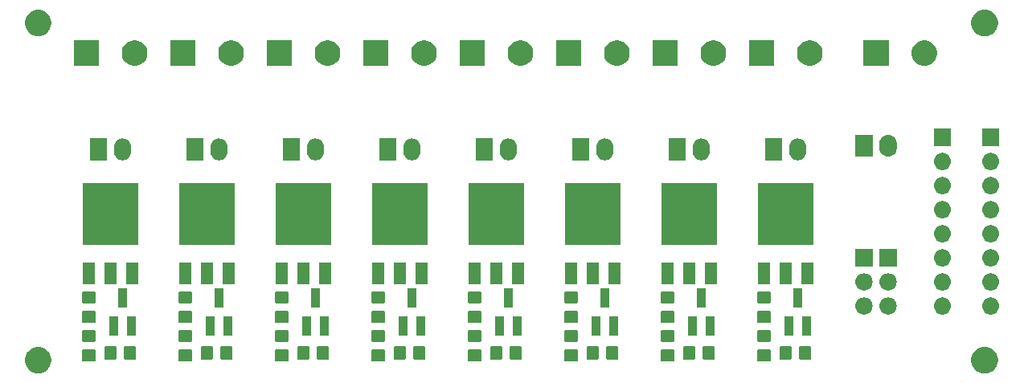
<source format=gbr>
G04 #@! TF.GenerationSoftware,KiCad,Pcbnew,(5.1.0-rc2-41-g6b3e9b0ed)*
G04 #@! TF.CreationDate,2020-04-23T19:15:03+02:00*
G04 #@! TF.ProjectId,LED_Driver,4c45445f-4472-4697-9665-722e6b696361,V0.1*
G04 #@! TF.SameCoordinates,Original*
G04 #@! TF.FileFunction,Soldermask,Top*
G04 #@! TF.FilePolarity,Negative*
%FSLAX46Y46*%
G04 Gerber Fmt 4.6, Leading zero omitted, Abs format (unit mm)*
G04 Created by KiCad (PCBNEW (5.1.0-rc2-41-g6b3e9b0ed)) date 2020-04-23 19:15:03*
%MOMM*%
%LPD*%
G04 APERTURE LIST*
%ADD10C,0.100000*%
G04 APERTURE END LIST*
D10*
G36*
X136843433Y-142779893D02*
G01*
X136933657Y-142797839D01*
X137034623Y-142839661D01*
X137188621Y-142903449D01*
X137264763Y-142954325D01*
X137418086Y-143056772D01*
X137613228Y-143251914D01*
X137640128Y-143292173D01*
X137766551Y-143481379D01*
X137872161Y-143736344D01*
X137926000Y-144007012D01*
X137926000Y-144282988D01*
X137872161Y-144553656D01*
X137766551Y-144808621D01*
X137766550Y-144808622D01*
X137613228Y-145038086D01*
X137418086Y-145233228D01*
X137264763Y-145335675D01*
X137188621Y-145386551D01*
X137039267Y-145448415D01*
X136933657Y-145492161D01*
X136843433Y-145510107D01*
X136662988Y-145546000D01*
X136387012Y-145546000D01*
X136206567Y-145510107D01*
X136116343Y-145492161D01*
X136010733Y-145448415D01*
X135861379Y-145386551D01*
X135785237Y-145335675D01*
X135631914Y-145233228D01*
X135436772Y-145038086D01*
X135283450Y-144808622D01*
X135283449Y-144808621D01*
X135177839Y-144553656D01*
X135124000Y-144282988D01*
X135124000Y-144007012D01*
X135177839Y-143736344D01*
X135283449Y-143481379D01*
X135409872Y-143292173D01*
X135436772Y-143251914D01*
X135631914Y-143056772D01*
X135785237Y-142954325D01*
X135861379Y-142903449D01*
X136015377Y-142839661D01*
X136116343Y-142797839D01*
X136206567Y-142779893D01*
X136387012Y-142744000D01*
X136662988Y-142744000D01*
X136843433Y-142779893D01*
X136843433Y-142779893D01*
G37*
G36*
X37148433Y-142779893D02*
G01*
X37238657Y-142797839D01*
X37339623Y-142839661D01*
X37493621Y-142903449D01*
X37569763Y-142954325D01*
X37723086Y-143056772D01*
X37918228Y-143251914D01*
X37945128Y-143292173D01*
X38071551Y-143481379D01*
X38177161Y-143736344D01*
X38231000Y-144007012D01*
X38231000Y-144282988D01*
X38177161Y-144553656D01*
X38071551Y-144808621D01*
X38071550Y-144808622D01*
X37918228Y-145038086D01*
X37723086Y-145233228D01*
X37569763Y-145335675D01*
X37493621Y-145386551D01*
X37344267Y-145448415D01*
X37238657Y-145492161D01*
X37148433Y-145510107D01*
X36967988Y-145546000D01*
X36692012Y-145546000D01*
X36511567Y-145510107D01*
X36421343Y-145492161D01*
X36315733Y-145448415D01*
X36166379Y-145386551D01*
X36090237Y-145335675D01*
X35936914Y-145233228D01*
X35741772Y-145038086D01*
X35588450Y-144808622D01*
X35588449Y-144808621D01*
X35482839Y-144553656D01*
X35429000Y-144282988D01*
X35429000Y-144007012D01*
X35482839Y-143736344D01*
X35588449Y-143481379D01*
X35714872Y-143292173D01*
X35741772Y-143251914D01*
X35936914Y-143056772D01*
X36090237Y-142954325D01*
X36166379Y-142903449D01*
X36320377Y-142839661D01*
X36421343Y-142797839D01*
X36511567Y-142779893D01*
X36692012Y-142744000D01*
X36967988Y-142744000D01*
X37148433Y-142779893D01*
X37148433Y-142779893D01*
G37*
G36*
X93552674Y-143024465D02*
G01*
X93590367Y-143035899D01*
X93625103Y-143054466D01*
X93655548Y-143079452D01*
X93680534Y-143109897D01*
X93699101Y-143144633D01*
X93710535Y-143182326D01*
X93715000Y-143227661D01*
X93715000Y-144064339D01*
X93710535Y-144109674D01*
X93699101Y-144147367D01*
X93680534Y-144182103D01*
X93655548Y-144212548D01*
X93625103Y-144237534D01*
X93590367Y-144256101D01*
X93552674Y-144267535D01*
X93507339Y-144272000D01*
X92420661Y-144272000D01*
X92375326Y-144267535D01*
X92337633Y-144256101D01*
X92302897Y-144237534D01*
X92272452Y-144212548D01*
X92247466Y-144182103D01*
X92228899Y-144147367D01*
X92217465Y-144109674D01*
X92213000Y-144064339D01*
X92213000Y-143227661D01*
X92217465Y-143182326D01*
X92228899Y-143144633D01*
X92247466Y-143109897D01*
X92272452Y-143079452D01*
X92302897Y-143054466D01*
X92337633Y-143035899D01*
X92375326Y-143024465D01*
X92420661Y-143020000D01*
X93507339Y-143020000D01*
X93552674Y-143024465D01*
X93552674Y-143024465D01*
G37*
G36*
X83392674Y-143024465D02*
G01*
X83430367Y-143035899D01*
X83465103Y-143054466D01*
X83495548Y-143079452D01*
X83520534Y-143109897D01*
X83539101Y-143144633D01*
X83550535Y-143182326D01*
X83555000Y-143227661D01*
X83555000Y-144064339D01*
X83550535Y-144109674D01*
X83539101Y-144147367D01*
X83520534Y-144182103D01*
X83495548Y-144212548D01*
X83465103Y-144237534D01*
X83430367Y-144256101D01*
X83392674Y-144267535D01*
X83347339Y-144272000D01*
X82260661Y-144272000D01*
X82215326Y-144267535D01*
X82177633Y-144256101D01*
X82142897Y-144237534D01*
X82112452Y-144212548D01*
X82087466Y-144182103D01*
X82068899Y-144147367D01*
X82057465Y-144109674D01*
X82053000Y-144064339D01*
X82053000Y-143227661D01*
X82057465Y-143182326D01*
X82068899Y-143144633D01*
X82087466Y-143109897D01*
X82112452Y-143079452D01*
X82142897Y-143054466D01*
X82177633Y-143035899D01*
X82215326Y-143024465D01*
X82260661Y-143020000D01*
X83347339Y-143020000D01*
X83392674Y-143024465D01*
X83392674Y-143024465D01*
G37*
G36*
X73232674Y-143024465D02*
G01*
X73270367Y-143035899D01*
X73305103Y-143054466D01*
X73335548Y-143079452D01*
X73360534Y-143109897D01*
X73379101Y-143144633D01*
X73390535Y-143182326D01*
X73395000Y-143227661D01*
X73395000Y-144064339D01*
X73390535Y-144109674D01*
X73379101Y-144147367D01*
X73360534Y-144182103D01*
X73335548Y-144212548D01*
X73305103Y-144237534D01*
X73270367Y-144256101D01*
X73232674Y-144267535D01*
X73187339Y-144272000D01*
X72100661Y-144272000D01*
X72055326Y-144267535D01*
X72017633Y-144256101D01*
X71982897Y-144237534D01*
X71952452Y-144212548D01*
X71927466Y-144182103D01*
X71908899Y-144147367D01*
X71897465Y-144109674D01*
X71893000Y-144064339D01*
X71893000Y-143227661D01*
X71897465Y-143182326D01*
X71908899Y-143144633D01*
X71927466Y-143109897D01*
X71952452Y-143079452D01*
X71982897Y-143054466D01*
X72017633Y-143035899D01*
X72055326Y-143024465D01*
X72100661Y-143020000D01*
X73187339Y-143020000D01*
X73232674Y-143024465D01*
X73232674Y-143024465D01*
G37*
G36*
X63072674Y-143024465D02*
G01*
X63110367Y-143035899D01*
X63145103Y-143054466D01*
X63175548Y-143079452D01*
X63200534Y-143109897D01*
X63219101Y-143144633D01*
X63230535Y-143182326D01*
X63235000Y-143227661D01*
X63235000Y-144064339D01*
X63230535Y-144109674D01*
X63219101Y-144147367D01*
X63200534Y-144182103D01*
X63175548Y-144212548D01*
X63145103Y-144237534D01*
X63110367Y-144256101D01*
X63072674Y-144267535D01*
X63027339Y-144272000D01*
X61940661Y-144272000D01*
X61895326Y-144267535D01*
X61857633Y-144256101D01*
X61822897Y-144237534D01*
X61792452Y-144212548D01*
X61767466Y-144182103D01*
X61748899Y-144147367D01*
X61737465Y-144109674D01*
X61733000Y-144064339D01*
X61733000Y-143227661D01*
X61737465Y-143182326D01*
X61748899Y-143144633D01*
X61767466Y-143109897D01*
X61792452Y-143079452D01*
X61822897Y-143054466D01*
X61857633Y-143035899D01*
X61895326Y-143024465D01*
X61940661Y-143020000D01*
X63027339Y-143020000D01*
X63072674Y-143024465D01*
X63072674Y-143024465D01*
G37*
G36*
X52912674Y-143024465D02*
G01*
X52950367Y-143035899D01*
X52985103Y-143054466D01*
X53015548Y-143079452D01*
X53040534Y-143109897D01*
X53059101Y-143144633D01*
X53070535Y-143182326D01*
X53075000Y-143227661D01*
X53075000Y-144064339D01*
X53070535Y-144109674D01*
X53059101Y-144147367D01*
X53040534Y-144182103D01*
X53015548Y-144212548D01*
X52985103Y-144237534D01*
X52950367Y-144256101D01*
X52912674Y-144267535D01*
X52867339Y-144272000D01*
X51780661Y-144272000D01*
X51735326Y-144267535D01*
X51697633Y-144256101D01*
X51662897Y-144237534D01*
X51632452Y-144212548D01*
X51607466Y-144182103D01*
X51588899Y-144147367D01*
X51577465Y-144109674D01*
X51573000Y-144064339D01*
X51573000Y-143227661D01*
X51577465Y-143182326D01*
X51588899Y-143144633D01*
X51607466Y-143109897D01*
X51632452Y-143079452D01*
X51662897Y-143054466D01*
X51697633Y-143035899D01*
X51735326Y-143024465D01*
X51780661Y-143020000D01*
X52867339Y-143020000D01*
X52912674Y-143024465D01*
X52912674Y-143024465D01*
G37*
G36*
X42752674Y-143024465D02*
G01*
X42790367Y-143035899D01*
X42825103Y-143054466D01*
X42855548Y-143079452D01*
X42880534Y-143109897D01*
X42899101Y-143144633D01*
X42910535Y-143182326D01*
X42915000Y-143227661D01*
X42915000Y-144064339D01*
X42910535Y-144109674D01*
X42899101Y-144147367D01*
X42880534Y-144182103D01*
X42855548Y-144212548D01*
X42825103Y-144237534D01*
X42790367Y-144256101D01*
X42752674Y-144267535D01*
X42707339Y-144272000D01*
X41620661Y-144272000D01*
X41575326Y-144267535D01*
X41537633Y-144256101D01*
X41502897Y-144237534D01*
X41472452Y-144212548D01*
X41447466Y-144182103D01*
X41428899Y-144147367D01*
X41417465Y-144109674D01*
X41413000Y-144064339D01*
X41413000Y-143227661D01*
X41417465Y-143182326D01*
X41428899Y-143144633D01*
X41447466Y-143109897D01*
X41472452Y-143079452D01*
X41502897Y-143054466D01*
X41537633Y-143035899D01*
X41575326Y-143024465D01*
X41620661Y-143020000D01*
X42707339Y-143020000D01*
X42752674Y-143024465D01*
X42752674Y-143024465D01*
G37*
G36*
X103712674Y-143024465D02*
G01*
X103750367Y-143035899D01*
X103785103Y-143054466D01*
X103815548Y-143079452D01*
X103840534Y-143109897D01*
X103859101Y-143144633D01*
X103870535Y-143182326D01*
X103875000Y-143227661D01*
X103875000Y-144064339D01*
X103870535Y-144109674D01*
X103859101Y-144147367D01*
X103840534Y-144182103D01*
X103815548Y-144212548D01*
X103785103Y-144237534D01*
X103750367Y-144256101D01*
X103712674Y-144267535D01*
X103667339Y-144272000D01*
X102580661Y-144272000D01*
X102535326Y-144267535D01*
X102497633Y-144256101D01*
X102462897Y-144237534D01*
X102432452Y-144212548D01*
X102407466Y-144182103D01*
X102388899Y-144147367D01*
X102377465Y-144109674D01*
X102373000Y-144064339D01*
X102373000Y-143227661D01*
X102377465Y-143182326D01*
X102388899Y-143144633D01*
X102407466Y-143109897D01*
X102432452Y-143079452D01*
X102462897Y-143054466D01*
X102497633Y-143035899D01*
X102535326Y-143024465D01*
X102580661Y-143020000D01*
X103667339Y-143020000D01*
X103712674Y-143024465D01*
X103712674Y-143024465D01*
G37*
G36*
X113872674Y-143024465D02*
G01*
X113910367Y-143035899D01*
X113945103Y-143054466D01*
X113975548Y-143079452D01*
X114000534Y-143109897D01*
X114019101Y-143144633D01*
X114030535Y-143182326D01*
X114035000Y-143227661D01*
X114035000Y-144064339D01*
X114030535Y-144109674D01*
X114019101Y-144147367D01*
X114000534Y-144182103D01*
X113975548Y-144212548D01*
X113945103Y-144237534D01*
X113910367Y-144256101D01*
X113872674Y-144267535D01*
X113827339Y-144272000D01*
X112740661Y-144272000D01*
X112695326Y-144267535D01*
X112657633Y-144256101D01*
X112622897Y-144237534D01*
X112592452Y-144212548D01*
X112567466Y-144182103D01*
X112548899Y-144147367D01*
X112537465Y-144109674D01*
X112533000Y-144064339D01*
X112533000Y-143227661D01*
X112537465Y-143182326D01*
X112548899Y-143144633D01*
X112567466Y-143109897D01*
X112592452Y-143079452D01*
X112622897Y-143054466D01*
X112657633Y-143035899D01*
X112695326Y-143024465D01*
X112740661Y-143020000D01*
X113827339Y-143020000D01*
X113872674Y-143024465D01*
X113872674Y-143024465D01*
G37*
G36*
X67274674Y-142636465D02*
G01*
X67312367Y-142647899D01*
X67347103Y-142666466D01*
X67377548Y-142691452D01*
X67402534Y-142721897D01*
X67421101Y-142756633D01*
X67432535Y-142794326D01*
X67437000Y-142839661D01*
X67437000Y-143926339D01*
X67432535Y-143971674D01*
X67421101Y-144009367D01*
X67402534Y-144044103D01*
X67377548Y-144074548D01*
X67347103Y-144099534D01*
X67312367Y-144118101D01*
X67274674Y-144129535D01*
X67229339Y-144134000D01*
X66392661Y-144134000D01*
X66347326Y-144129535D01*
X66309633Y-144118101D01*
X66274897Y-144099534D01*
X66244452Y-144074548D01*
X66219466Y-144044103D01*
X66200899Y-144009367D01*
X66189465Y-143971674D01*
X66185000Y-143926339D01*
X66185000Y-142839661D01*
X66189465Y-142794326D01*
X66200899Y-142756633D01*
X66219466Y-142721897D01*
X66244452Y-142691452D01*
X66274897Y-142666466D01*
X66309633Y-142647899D01*
X66347326Y-142636465D01*
X66392661Y-142632000D01*
X67229339Y-142632000D01*
X67274674Y-142636465D01*
X67274674Y-142636465D01*
G37*
G36*
X65224674Y-142636465D02*
G01*
X65262367Y-142647899D01*
X65297103Y-142666466D01*
X65327548Y-142691452D01*
X65352534Y-142721897D01*
X65371101Y-142756633D01*
X65382535Y-142794326D01*
X65387000Y-142839661D01*
X65387000Y-143926339D01*
X65382535Y-143971674D01*
X65371101Y-144009367D01*
X65352534Y-144044103D01*
X65327548Y-144074548D01*
X65297103Y-144099534D01*
X65262367Y-144118101D01*
X65224674Y-144129535D01*
X65179339Y-144134000D01*
X64342661Y-144134000D01*
X64297326Y-144129535D01*
X64259633Y-144118101D01*
X64224897Y-144099534D01*
X64194452Y-144074548D01*
X64169466Y-144044103D01*
X64150899Y-144009367D01*
X64139465Y-143971674D01*
X64135000Y-143926339D01*
X64135000Y-142839661D01*
X64139465Y-142794326D01*
X64150899Y-142756633D01*
X64169466Y-142721897D01*
X64194452Y-142691452D01*
X64224897Y-142666466D01*
X64259633Y-142647899D01*
X64297326Y-142636465D01*
X64342661Y-142632000D01*
X65179339Y-142632000D01*
X65224674Y-142636465D01*
X65224674Y-142636465D01*
G37*
G36*
X57114674Y-142636465D02*
G01*
X57152367Y-142647899D01*
X57187103Y-142666466D01*
X57217548Y-142691452D01*
X57242534Y-142721897D01*
X57261101Y-142756633D01*
X57272535Y-142794326D01*
X57277000Y-142839661D01*
X57277000Y-143926339D01*
X57272535Y-143971674D01*
X57261101Y-144009367D01*
X57242534Y-144044103D01*
X57217548Y-144074548D01*
X57187103Y-144099534D01*
X57152367Y-144118101D01*
X57114674Y-144129535D01*
X57069339Y-144134000D01*
X56232661Y-144134000D01*
X56187326Y-144129535D01*
X56149633Y-144118101D01*
X56114897Y-144099534D01*
X56084452Y-144074548D01*
X56059466Y-144044103D01*
X56040899Y-144009367D01*
X56029465Y-143971674D01*
X56025000Y-143926339D01*
X56025000Y-142839661D01*
X56029465Y-142794326D01*
X56040899Y-142756633D01*
X56059466Y-142721897D01*
X56084452Y-142691452D01*
X56114897Y-142666466D01*
X56149633Y-142647899D01*
X56187326Y-142636465D01*
X56232661Y-142632000D01*
X57069339Y-142632000D01*
X57114674Y-142636465D01*
X57114674Y-142636465D01*
G37*
G36*
X55064674Y-142636465D02*
G01*
X55102367Y-142647899D01*
X55137103Y-142666466D01*
X55167548Y-142691452D01*
X55192534Y-142721897D01*
X55211101Y-142756633D01*
X55222535Y-142794326D01*
X55227000Y-142839661D01*
X55227000Y-143926339D01*
X55222535Y-143971674D01*
X55211101Y-144009367D01*
X55192534Y-144044103D01*
X55167548Y-144074548D01*
X55137103Y-144099534D01*
X55102367Y-144118101D01*
X55064674Y-144129535D01*
X55019339Y-144134000D01*
X54182661Y-144134000D01*
X54137326Y-144129535D01*
X54099633Y-144118101D01*
X54064897Y-144099534D01*
X54034452Y-144074548D01*
X54009466Y-144044103D01*
X53990899Y-144009367D01*
X53979465Y-143971674D01*
X53975000Y-143926339D01*
X53975000Y-142839661D01*
X53979465Y-142794326D01*
X53990899Y-142756633D01*
X54009466Y-142721897D01*
X54034452Y-142691452D01*
X54064897Y-142666466D01*
X54099633Y-142647899D01*
X54137326Y-142636465D01*
X54182661Y-142632000D01*
X55019339Y-142632000D01*
X55064674Y-142636465D01*
X55064674Y-142636465D01*
G37*
G36*
X46954674Y-142636465D02*
G01*
X46992367Y-142647899D01*
X47027103Y-142666466D01*
X47057548Y-142691452D01*
X47082534Y-142721897D01*
X47101101Y-142756633D01*
X47112535Y-142794326D01*
X47117000Y-142839661D01*
X47117000Y-143926339D01*
X47112535Y-143971674D01*
X47101101Y-144009367D01*
X47082534Y-144044103D01*
X47057548Y-144074548D01*
X47027103Y-144099534D01*
X46992367Y-144118101D01*
X46954674Y-144129535D01*
X46909339Y-144134000D01*
X46072661Y-144134000D01*
X46027326Y-144129535D01*
X45989633Y-144118101D01*
X45954897Y-144099534D01*
X45924452Y-144074548D01*
X45899466Y-144044103D01*
X45880899Y-144009367D01*
X45869465Y-143971674D01*
X45865000Y-143926339D01*
X45865000Y-142839661D01*
X45869465Y-142794326D01*
X45880899Y-142756633D01*
X45899466Y-142721897D01*
X45924452Y-142691452D01*
X45954897Y-142666466D01*
X45989633Y-142647899D01*
X46027326Y-142636465D01*
X46072661Y-142632000D01*
X46909339Y-142632000D01*
X46954674Y-142636465D01*
X46954674Y-142636465D01*
G37*
G36*
X44904674Y-142636465D02*
G01*
X44942367Y-142647899D01*
X44977103Y-142666466D01*
X45007548Y-142691452D01*
X45032534Y-142721897D01*
X45051101Y-142756633D01*
X45062535Y-142794326D01*
X45067000Y-142839661D01*
X45067000Y-143926339D01*
X45062535Y-143971674D01*
X45051101Y-144009367D01*
X45032534Y-144044103D01*
X45007548Y-144074548D01*
X44977103Y-144099534D01*
X44942367Y-144118101D01*
X44904674Y-144129535D01*
X44859339Y-144134000D01*
X44022661Y-144134000D01*
X43977326Y-144129535D01*
X43939633Y-144118101D01*
X43904897Y-144099534D01*
X43874452Y-144074548D01*
X43849466Y-144044103D01*
X43830899Y-144009367D01*
X43819465Y-143971674D01*
X43815000Y-143926339D01*
X43815000Y-142839661D01*
X43819465Y-142794326D01*
X43830899Y-142756633D01*
X43849466Y-142721897D01*
X43874452Y-142691452D01*
X43904897Y-142666466D01*
X43939633Y-142647899D01*
X43977326Y-142636465D01*
X44022661Y-142632000D01*
X44859339Y-142632000D01*
X44904674Y-142636465D01*
X44904674Y-142636465D01*
G37*
G36*
X116024674Y-142636465D02*
G01*
X116062367Y-142647899D01*
X116097103Y-142666466D01*
X116127548Y-142691452D01*
X116152534Y-142721897D01*
X116171101Y-142756633D01*
X116182535Y-142794326D01*
X116187000Y-142839661D01*
X116187000Y-143926339D01*
X116182535Y-143971674D01*
X116171101Y-144009367D01*
X116152534Y-144044103D01*
X116127548Y-144074548D01*
X116097103Y-144099534D01*
X116062367Y-144118101D01*
X116024674Y-144129535D01*
X115979339Y-144134000D01*
X115142661Y-144134000D01*
X115097326Y-144129535D01*
X115059633Y-144118101D01*
X115024897Y-144099534D01*
X114994452Y-144074548D01*
X114969466Y-144044103D01*
X114950899Y-144009367D01*
X114939465Y-143971674D01*
X114935000Y-143926339D01*
X114935000Y-142839661D01*
X114939465Y-142794326D01*
X114950899Y-142756633D01*
X114969466Y-142721897D01*
X114994452Y-142691452D01*
X115024897Y-142666466D01*
X115059633Y-142647899D01*
X115097326Y-142636465D01*
X115142661Y-142632000D01*
X115979339Y-142632000D01*
X116024674Y-142636465D01*
X116024674Y-142636465D01*
G37*
G36*
X118074674Y-142636465D02*
G01*
X118112367Y-142647899D01*
X118147103Y-142666466D01*
X118177548Y-142691452D01*
X118202534Y-142721897D01*
X118221101Y-142756633D01*
X118232535Y-142794326D01*
X118237000Y-142839661D01*
X118237000Y-143926339D01*
X118232535Y-143971674D01*
X118221101Y-144009367D01*
X118202534Y-144044103D01*
X118177548Y-144074548D01*
X118147103Y-144099534D01*
X118112367Y-144118101D01*
X118074674Y-144129535D01*
X118029339Y-144134000D01*
X117192661Y-144134000D01*
X117147326Y-144129535D01*
X117109633Y-144118101D01*
X117074897Y-144099534D01*
X117044452Y-144074548D01*
X117019466Y-144044103D01*
X117000899Y-144009367D01*
X116989465Y-143971674D01*
X116985000Y-143926339D01*
X116985000Y-142839661D01*
X116989465Y-142794326D01*
X117000899Y-142756633D01*
X117019466Y-142721897D01*
X117044452Y-142691452D01*
X117074897Y-142666466D01*
X117109633Y-142647899D01*
X117147326Y-142636465D01*
X117192661Y-142632000D01*
X118029339Y-142632000D01*
X118074674Y-142636465D01*
X118074674Y-142636465D01*
G37*
G36*
X107914674Y-142636465D02*
G01*
X107952367Y-142647899D01*
X107987103Y-142666466D01*
X108017548Y-142691452D01*
X108042534Y-142721897D01*
X108061101Y-142756633D01*
X108072535Y-142794326D01*
X108077000Y-142839661D01*
X108077000Y-143926339D01*
X108072535Y-143971674D01*
X108061101Y-144009367D01*
X108042534Y-144044103D01*
X108017548Y-144074548D01*
X107987103Y-144099534D01*
X107952367Y-144118101D01*
X107914674Y-144129535D01*
X107869339Y-144134000D01*
X107032661Y-144134000D01*
X106987326Y-144129535D01*
X106949633Y-144118101D01*
X106914897Y-144099534D01*
X106884452Y-144074548D01*
X106859466Y-144044103D01*
X106840899Y-144009367D01*
X106829465Y-143971674D01*
X106825000Y-143926339D01*
X106825000Y-142839661D01*
X106829465Y-142794326D01*
X106840899Y-142756633D01*
X106859466Y-142721897D01*
X106884452Y-142691452D01*
X106914897Y-142666466D01*
X106949633Y-142647899D01*
X106987326Y-142636465D01*
X107032661Y-142632000D01*
X107869339Y-142632000D01*
X107914674Y-142636465D01*
X107914674Y-142636465D01*
G37*
G36*
X77434674Y-142636465D02*
G01*
X77472367Y-142647899D01*
X77507103Y-142666466D01*
X77537548Y-142691452D01*
X77562534Y-142721897D01*
X77581101Y-142756633D01*
X77592535Y-142794326D01*
X77597000Y-142839661D01*
X77597000Y-143926339D01*
X77592535Y-143971674D01*
X77581101Y-144009367D01*
X77562534Y-144044103D01*
X77537548Y-144074548D01*
X77507103Y-144099534D01*
X77472367Y-144118101D01*
X77434674Y-144129535D01*
X77389339Y-144134000D01*
X76552661Y-144134000D01*
X76507326Y-144129535D01*
X76469633Y-144118101D01*
X76434897Y-144099534D01*
X76404452Y-144074548D01*
X76379466Y-144044103D01*
X76360899Y-144009367D01*
X76349465Y-143971674D01*
X76345000Y-143926339D01*
X76345000Y-142839661D01*
X76349465Y-142794326D01*
X76360899Y-142756633D01*
X76379466Y-142721897D01*
X76404452Y-142691452D01*
X76434897Y-142666466D01*
X76469633Y-142647899D01*
X76507326Y-142636465D01*
X76552661Y-142632000D01*
X77389339Y-142632000D01*
X77434674Y-142636465D01*
X77434674Y-142636465D01*
G37*
G36*
X75384674Y-142636465D02*
G01*
X75422367Y-142647899D01*
X75457103Y-142666466D01*
X75487548Y-142691452D01*
X75512534Y-142721897D01*
X75531101Y-142756633D01*
X75542535Y-142794326D01*
X75547000Y-142839661D01*
X75547000Y-143926339D01*
X75542535Y-143971674D01*
X75531101Y-144009367D01*
X75512534Y-144044103D01*
X75487548Y-144074548D01*
X75457103Y-144099534D01*
X75422367Y-144118101D01*
X75384674Y-144129535D01*
X75339339Y-144134000D01*
X74502661Y-144134000D01*
X74457326Y-144129535D01*
X74419633Y-144118101D01*
X74384897Y-144099534D01*
X74354452Y-144074548D01*
X74329466Y-144044103D01*
X74310899Y-144009367D01*
X74299465Y-143971674D01*
X74295000Y-143926339D01*
X74295000Y-142839661D01*
X74299465Y-142794326D01*
X74310899Y-142756633D01*
X74329466Y-142721897D01*
X74354452Y-142691452D01*
X74384897Y-142666466D01*
X74419633Y-142647899D01*
X74457326Y-142636465D01*
X74502661Y-142632000D01*
X75339339Y-142632000D01*
X75384674Y-142636465D01*
X75384674Y-142636465D01*
G37*
G36*
X105864674Y-142636465D02*
G01*
X105902367Y-142647899D01*
X105937103Y-142666466D01*
X105967548Y-142691452D01*
X105992534Y-142721897D01*
X106011101Y-142756633D01*
X106022535Y-142794326D01*
X106027000Y-142839661D01*
X106027000Y-143926339D01*
X106022535Y-143971674D01*
X106011101Y-144009367D01*
X105992534Y-144044103D01*
X105967548Y-144074548D01*
X105937103Y-144099534D01*
X105902367Y-144118101D01*
X105864674Y-144129535D01*
X105819339Y-144134000D01*
X104982661Y-144134000D01*
X104937326Y-144129535D01*
X104899633Y-144118101D01*
X104864897Y-144099534D01*
X104834452Y-144074548D01*
X104809466Y-144044103D01*
X104790899Y-144009367D01*
X104779465Y-143971674D01*
X104775000Y-143926339D01*
X104775000Y-142839661D01*
X104779465Y-142794326D01*
X104790899Y-142756633D01*
X104809466Y-142721897D01*
X104834452Y-142691452D01*
X104864897Y-142666466D01*
X104899633Y-142647899D01*
X104937326Y-142636465D01*
X104982661Y-142632000D01*
X105819339Y-142632000D01*
X105864674Y-142636465D01*
X105864674Y-142636465D01*
G37*
G36*
X87594674Y-142636465D02*
G01*
X87632367Y-142647899D01*
X87667103Y-142666466D01*
X87697548Y-142691452D01*
X87722534Y-142721897D01*
X87741101Y-142756633D01*
X87752535Y-142794326D01*
X87757000Y-142839661D01*
X87757000Y-143926339D01*
X87752535Y-143971674D01*
X87741101Y-144009367D01*
X87722534Y-144044103D01*
X87697548Y-144074548D01*
X87667103Y-144099534D01*
X87632367Y-144118101D01*
X87594674Y-144129535D01*
X87549339Y-144134000D01*
X86712661Y-144134000D01*
X86667326Y-144129535D01*
X86629633Y-144118101D01*
X86594897Y-144099534D01*
X86564452Y-144074548D01*
X86539466Y-144044103D01*
X86520899Y-144009367D01*
X86509465Y-143971674D01*
X86505000Y-143926339D01*
X86505000Y-142839661D01*
X86509465Y-142794326D01*
X86520899Y-142756633D01*
X86539466Y-142721897D01*
X86564452Y-142691452D01*
X86594897Y-142666466D01*
X86629633Y-142647899D01*
X86667326Y-142636465D01*
X86712661Y-142632000D01*
X87549339Y-142632000D01*
X87594674Y-142636465D01*
X87594674Y-142636465D01*
G37*
G36*
X85544674Y-142636465D02*
G01*
X85582367Y-142647899D01*
X85617103Y-142666466D01*
X85647548Y-142691452D01*
X85672534Y-142721897D01*
X85691101Y-142756633D01*
X85702535Y-142794326D01*
X85707000Y-142839661D01*
X85707000Y-143926339D01*
X85702535Y-143971674D01*
X85691101Y-144009367D01*
X85672534Y-144044103D01*
X85647548Y-144074548D01*
X85617103Y-144099534D01*
X85582367Y-144118101D01*
X85544674Y-144129535D01*
X85499339Y-144134000D01*
X84662661Y-144134000D01*
X84617326Y-144129535D01*
X84579633Y-144118101D01*
X84544897Y-144099534D01*
X84514452Y-144074548D01*
X84489466Y-144044103D01*
X84470899Y-144009367D01*
X84459465Y-143971674D01*
X84455000Y-143926339D01*
X84455000Y-142839661D01*
X84459465Y-142794326D01*
X84470899Y-142756633D01*
X84489466Y-142721897D01*
X84514452Y-142691452D01*
X84544897Y-142666466D01*
X84579633Y-142647899D01*
X84617326Y-142636465D01*
X84662661Y-142632000D01*
X85499339Y-142632000D01*
X85544674Y-142636465D01*
X85544674Y-142636465D01*
G37*
G36*
X97754674Y-142636465D02*
G01*
X97792367Y-142647899D01*
X97827103Y-142666466D01*
X97857548Y-142691452D01*
X97882534Y-142721897D01*
X97901101Y-142756633D01*
X97912535Y-142794326D01*
X97917000Y-142839661D01*
X97917000Y-143926339D01*
X97912535Y-143971674D01*
X97901101Y-144009367D01*
X97882534Y-144044103D01*
X97857548Y-144074548D01*
X97827103Y-144099534D01*
X97792367Y-144118101D01*
X97754674Y-144129535D01*
X97709339Y-144134000D01*
X96872661Y-144134000D01*
X96827326Y-144129535D01*
X96789633Y-144118101D01*
X96754897Y-144099534D01*
X96724452Y-144074548D01*
X96699466Y-144044103D01*
X96680899Y-144009367D01*
X96669465Y-143971674D01*
X96665000Y-143926339D01*
X96665000Y-142839661D01*
X96669465Y-142794326D01*
X96680899Y-142756633D01*
X96699466Y-142721897D01*
X96724452Y-142691452D01*
X96754897Y-142666466D01*
X96789633Y-142647899D01*
X96827326Y-142636465D01*
X96872661Y-142632000D01*
X97709339Y-142632000D01*
X97754674Y-142636465D01*
X97754674Y-142636465D01*
G37*
G36*
X95704674Y-142636465D02*
G01*
X95742367Y-142647899D01*
X95777103Y-142666466D01*
X95807548Y-142691452D01*
X95832534Y-142721897D01*
X95851101Y-142756633D01*
X95862535Y-142794326D01*
X95867000Y-142839661D01*
X95867000Y-143926339D01*
X95862535Y-143971674D01*
X95851101Y-144009367D01*
X95832534Y-144044103D01*
X95807548Y-144074548D01*
X95777103Y-144099534D01*
X95742367Y-144118101D01*
X95704674Y-144129535D01*
X95659339Y-144134000D01*
X94822661Y-144134000D01*
X94777326Y-144129535D01*
X94739633Y-144118101D01*
X94704897Y-144099534D01*
X94674452Y-144074548D01*
X94649466Y-144044103D01*
X94630899Y-144009367D01*
X94619465Y-143971674D01*
X94615000Y-143926339D01*
X94615000Y-142839661D01*
X94619465Y-142794326D01*
X94630899Y-142756633D01*
X94649466Y-142721897D01*
X94674452Y-142691452D01*
X94704897Y-142666466D01*
X94739633Y-142647899D01*
X94777326Y-142636465D01*
X94822661Y-142632000D01*
X95659339Y-142632000D01*
X95704674Y-142636465D01*
X95704674Y-142636465D01*
G37*
G36*
X113872674Y-140974465D02*
G01*
X113910367Y-140985899D01*
X113945103Y-141004466D01*
X113975548Y-141029452D01*
X114000534Y-141059897D01*
X114019101Y-141094633D01*
X114030535Y-141132326D01*
X114035000Y-141177661D01*
X114035000Y-142014339D01*
X114030535Y-142059674D01*
X114019101Y-142097367D01*
X114000534Y-142132103D01*
X113975548Y-142162548D01*
X113945103Y-142187534D01*
X113910367Y-142206101D01*
X113872674Y-142217535D01*
X113827339Y-142222000D01*
X112740661Y-142222000D01*
X112695326Y-142217535D01*
X112657633Y-142206101D01*
X112622897Y-142187534D01*
X112592452Y-142162548D01*
X112567466Y-142132103D01*
X112548899Y-142097367D01*
X112537465Y-142059674D01*
X112533000Y-142014339D01*
X112533000Y-141177661D01*
X112537465Y-141132326D01*
X112548899Y-141094633D01*
X112567466Y-141059897D01*
X112592452Y-141029452D01*
X112622897Y-141004466D01*
X112657633Y-140985899D01*
X112695326Y-140974465D01*
X112740661Y-140970000D01*
X113827339Y-140970000D01*
X113872674Y-140974465D01*
X113872674Y-140974465D01*
G37*
G36*
X42752674Y-140974465D02*
G01*
X42790367Y-140985899D01*
X42825103Y-141004466D01*
X42855548Y-141029452D01*
X42880534Y-141059897D01*
X42899101Y-141094633D01*
X42910535Y-141132326D01*
X42915000Y-141177661D01*
X42915000Y-142014339D01*
X42910535Y-142059674D01*
X42899101Y-142097367D01*
X42880534Y-142132103D01*
X42855548Y-142162548D01*
X42825103Y-142187534D01*
X42790367Y-142206101D01*
X42752674Y-142217535D01*
X42707339Y-142222000D01*
X41620661Y-142222000D01*
X41575326Y-142217535D01*
X41537633Y-142206101D01*
X41502897Y-142187534D01*
X41472452Y-142162548D01*
X41447466Y-142132103D01*
X41428899Y-142097367D01*
X41417465Y-142059674D01*
X41413000Y-142014339D01*
X41413000Y-141177661D01*
X41417465Y-141132326D01*
X41428899Y-141094633D01*
X41447466Y-141059897D01*
X41472452Y-141029452D01*
X41502897Y-141004466D01*
X41537633Y-140985899D01*
X41575326Y-140974465D01*
X41620661Y-140970000D01*
X42707339Y-140970000D01*
X42752674Y-140974465D01*
X42752674Y-140974465D01*
G37*
G36*
X103712674Y-140974465D02*
G01*
X103750367Y-140985899D01*
X103785103Y-141004466D01*
X103815548Y-141029452D01*
X103840534Y-141059897D01*
X103859101Y-141094633D01*
X103870535Y-141132326D01*
X103875000Y-141177661D01*
X103875000Y-142014339D01*
X103870535Y-142059674D01*
X103859101Y-142097367D01*
X103840534Y-142132103D01*
X103815548Y-142162548D01*
X103785103Y-142187534D01*
X103750367Y-142206101D01*
X103712674Y-142217535D01*
X103667339Y-142222000D01*
X102580661Y-142222000D01*
X102535326Y-142217535D01*
X102497633Y-142206101D01*
X102462897Y-142187534D01*
X102432452Y-142162548D01*
X102407466Y-142132103D01*
X102388899Y-142097367D01*
X102377465Y-142059674D01*
X102373000Y-142014339D01*
X102373000Y-141177661D01*
X102377465Y-141132326D01*
X102388899Y-141094633D01*
X102407466Y-141059897D01*
X102432452Y-141029452D01*
X102462897Y-141004466D01*
X102497633Y-140985899D01*
X102535326Y-140974465D01*
X102580661Y-140970000D01*
X103667339Y-140970000D01*
X103712674Y-140974465D01*
X103712674Y-140974465D01*
G37*
G36*
X52912674Y-140974465D02*
G01*
X52950367Y-140985899D01*
X52985103Y-141004466D01*
X53015548Y-141029452D01*
X53040534Y-141059897D01*
X53059101Y-141094633D01*
X53070535Y-141132326D01*
X53075000Y-141177661D01*
X53075000Y-142014339D01*
X53070535Y-142059674D01*
X53059101Y-142097367D01*
X53040534Y-142132103D01*
X53015548Y-142162548D01*
X52985103Y-142187534D01*
X52950367Y-142206101D01*
X52912674Y-142217535D01*
X52867339Y-142222000D01*
X51780661Y-142222000D01*
X51735326Y-142217535D01*
X51697633Y-142206101D01*
X51662897Y-142187534D01*
X51632452Y-142162548D01*
X51607466Y-142132103D01*
X51588899Y-142097367D01*
X51577465Y-142059674D01*
X51573000Y-142014339D01*
X51573000Y-141177661D01*
X51577465Y-141132326D01*
X51588899Y-141094633D01*
X51607466Y-141059897D01*
X51632452Y-141029452D01*
X51662897Y-141004466D01*
X51697633Y-140985899D01*
X51735326Y-140974465D01*
X51780661Y-140970000D01*
X52867339Y-140970000D01*
X52912674Y-140974465D01*
X52912674Y-140974465D01*
G37*
G36*
X93552674Y-140974465D02*
G01*
X93590367Y-140985899D01*
X93625103Y-141004466D01*
X93655548Y-141029452D01*
X93680534Y-141059897D01*
X93699101Y-141094633D01*
X93710535Y-141132326D01*
X93715000Y-141177661D01*
X93715000Y-142014339D01*
X93710535Y-142059674D01*
X93699101Y-142097367D01*
X93680534Y-142132103D01*
X93655548Y-142162548D01*
X93625103Y-142187534D01*
X93590367Y-142206101D01*
X93552674Y-142217535D01*
X93507339Y-142222000D01*
X92420661Y-142222000D01*
X92375326Y-142217535D01*
X92337633Y-142206101D01*
X92302897Y-142187534D01*
X92272452Y-142162548D01*
X92247466Y-142132103D01*
X92228899Y-142097367D01*
X92217465Y-142059674D01*
X92213000Y-142014339D01*
X92213000Y-141177661D01*
X92217465Y-141132326D01*
X92228899Y-141094633D01*
X92247466Y-141059897D01*
X92272452Y-141029452D01*
X92302897Y-141004466D01*
X92337633Y-140985899D01*
X92375326Y-140974465D01*
X92420661Y-140970000D01*
X93507339Y-140970000D01*
X93552674Y-140974465D01*
X93552674Y-140974465D01*
G37*
G36*
X63072674Y-140974465D02*
G01*
X63110367Y-140985899D01*
X63145103Y-141004466D01*
X63175548Y-141029452D01*
X63200534Y-141059897D01*
X63219101Y-141094633D01*
X63230535Y-141132326D01*
X63235000Y-141177661D01*
X63235000Y-142014339D01*
X63230535Y-142059674D01*
X63219101Y-142097367D01*
X63200534Y-142132103D01*
X63175548Y-142162548D01*
X63145103Y-142187534D01*
X63110367Y-142206101D01*
X63072674Y-142217535D01*
X63027339Y-142222000D01*
X61940661Y-142222000D01*
X61895326Y-142217535D01*
X61857633Y-142206101D01*
X61822897Y-142187534D01*
X61792452Y-142162548D01*
X61767466Y-142132103D01*
X61748899Y-142097367D01*
X61737465Y-142059674D01*
X61733000Y-142014339D01*
X61733000Y-141177661D01*
X61737465Y-141132326D01*
X61748899Y-141094633D01*
X61767466Y-141059897D01*
X61792452Y-141029452D01*
X61822897Y-141004466D01*
X61857633Y-140985899D01*
X61895326Y-140974465D01*
X61940661Y-140970000D01*
X63027339Y-140970000D01*
X63072674Y-140974465D01*
X63072674Y-140974465D01*
G37*
G36*
X83392674Y-140974465D02*
G01*
X83430367Y-140985899D01*
X83465103Y-141004466D01*
X83495548Y-141029452D01*
X83520534Y-141059897D01*
X83539101Y-141094633D01*
X83550535Y-141132326D01*
X83555000Y-141177661D01*
X83555000Y-142014339D01*
X83550535Y-142059674D01*
X83539101Y-142097367D01*
X83520534Y-142132103D01*
X83495548Y-142162548D01*
X83465103Y-142187534D01*
X83430367Y-142206101D01*
X83392674Y-142217535D01*
X83347339Y-142222000D01*
X82260661Y-142222000D01*
X82215326Y-142217535D01*
X82177633Y-142206101D01*
X82142897Y-142187534D01*
X82112452Y-142162548D01*
X82087466Y-142132103D01*
X82068899Y-142097367D01*
X82057465Y-142059674D01*
X82053000Y-142014339D01*
X82053000Y-141177661D01*
X82057465Y-141132326D01*
X82068899Y-141094633D01*
X82087466Y-141059897D01*
X82112452Y-141029452D01*
X82142897Y-141004466D01*
X82177633Y-140985899D01*
X82215326Y-140974465D01*
X82260661Y-140970000D01*
X83347339Y-140970000D01*
X83392674Y-140974465D01*
X83392674Y-140974465D01*
G37*
G36*
X73232674Y-140974465D02*
G01*
X73270367Y-140985899D01*
X73305103Y-141004466D01*
X73335548Y-141029452D01*
X73360534Y-141059897D01*
X73379101Y-141094633D01*
X73390535Y-141132326D01*
X73395000Y-141177661D01*
X73395000Y-142014339D01*
X73390535Y-142059674D01*
X73379101Y-142097367D01*
X73360534Y-142132103D01*
X73335548Y-142162548D01*
X73305103Y-142187534D01*
X73270367Y-142206101D01*
X73232674Y-142217535D01*
X73187339Y-142222000D01*
X72100661Y-142222000D01*
X72055326Y-142217535D01*
X72017633Y-142206101D01*
X71982897Y-142187534D01*
X71952452Y-142162548D01*
X71927466Y-142132103D01*
X71908899Y-142097367D01*
X71897465Y-142059674D01*
X71893000Y-142014339D01*
X71893000Y-141177661D01*
X71897465Y-141132326D01*
X71908899Y-141094633D01*
X71927466Y-141059897D01*
X71952452Y-141029452D01*
X71982897Y-141004466D01*
X72017633Y-140985899D01*
X72055326Y-140974465D01*
X72100661Y-140970000D01*
X73187339Y-140970000D01*
X73232674Y-140974465D01*
X73232674Y-140974465D01*
G37*
G36*
X97921000Y-141566000D02*
G01*
X97019000Y-141566000D01*
X97019000Y-139564000D01*
X97921000Y-139564000D01*
X97921000Y-141566000D01*
X97921000Y-141566000D01*
G37*
G36*
X85861000Y-141566000D02*
G01*
X84959000Y-141566000D01*
X84959000Y-139564000D01*
X85861000Y-139564000D01*
X85861000Y-141566000D01*
X85861000Y-141566000D01*
G37*
G36*
X87761000Y-141566000D02*
G01*
X86859000Y-141566000D01*
X86859000Y-139564000D01*
X87761000Y-139564000D01*
X87761000Y-141566000D01*
X87761000Y-141566000D01*
G37*
G36*
X96021000Y-141566000D02*
G01*
X95119000Y-141566000D01*
X95119000Y-139564000D01*
X96021000Y-139564000D01*
X96021000Y-141566000D01*
X96021000Y-141566000D01*
G37*
G36*
X45221000Y-141566000D02*
G01*
X44319000Y-141566000D01*
X44319000Y-139564000D01*
X45221000Y-139564000D01*
X45221000Y-141566000D01*
X45221000Y-141566000D01*
G37*
G36*
X108081000Y-141566000D02*
G01*
X107179000Y-141566000D01*
X107179000Y-139564000D01*
X108081000Y-139564000D01*
X108081000Y-141566000D01*
X108081000Y-141566000D01*
G37*
G36*
X116341000Y-141566000D02*
G01*
X115439000Y-141566000D01*
X115439000Y-139564000D01*
X116341000Y-139564000D01*
X116341000Y-141566000D01*
X116341000Y-141566000D01*
G37*
G36*
X118241000Y-141566000D02*
G01*
X117339000Y-141566000D01*
X117339000Y-139564000D01*
X118241000Y-139564000D01*
X118241000Y-141566000D01*
X118241000Y-141566000D01*
G37*
G36*
X106181000Y-141566000D02*
G01*
X105279000Y-141566000D01*
X105279000Y-139564000D01*
X106181000Y-139564000D01*
X106181000Y-141566000D01*
X106181000Y-141566000D01*
G37*
G36*
X75701000Y-141566000D02*
G01*
X74799000Y-141566000D01*
X74799000Y-139564000D01*
X75701000Y-139564000D01*
X75701000Y-141566000D01*
X75701000Y-141566000D01*
G37*
G36*
X77601000Y-141566000D02*
G01*
X76699000Y-141566000D01*
X76699000Y-139564000D01*
X77601000Y-139564000D01*
X77601000Y-141566000D01*
X77601000Y-141566000D01*
G37*
G36*
X65541000Y-141566000D02*
G01*
X64639000Y-141566000D01*
X64639000Y-139564000D01*
X65541000Y-139564000D01*
X65541000Y-141566000D01*
X65541000Y-141566000D01*
G37*
G36*
X67441000Y-141566000D02*
G01*
X66539000Y-141566000D01*
X66539000Y-139564000D01*
X67441000Y-139564000D01*
X67441000Y-141566000D01*
X67441000Y-141566000D01*
G37*
G36*
X55381000Y-141566000D02*
G01*
X54479000Y-141566000D01*
X54479000Y-139564000D01*
X55381000Y-139564000D01*
X55381000Y-141566000D01*
X55381000Y-141566000D01*
G37*
G36*
X57281000Y-141566000D02*
G01*
X56379000Y-141566000D01*
X56379000Y-139564000D01*
X57281000Y-139564000D01*
X57281000Y-141566000D01*
X57281000Y-141566000D01*
G37*
G36*
X47121000Y-141566000D02*
G01*
X46219000Y-141566000D01*
X46219000Y-139564000D01*
X47121000Y-139564000D01*
X47121000Y-141566000D01*
X47121000Y-141566000D01*
G37*
G36*
X42752674Y-138960465D02*
G01*
X42790367Y-138971899D01*
X42825103Y-138990466D01*
X42855548Y-139015452D01*
X42880534Y-139045897D01*
X42899101Y-139080633D01*
X42910535Y-139118326D01*
X42915000Y-139163661D01*
X42915000Y-140000339D01*
X42910535Y-140045674D01*
X42899101Y-140083367D01*
X42880534Y-140118103D01*
X42855548Y-140148548D01*
X42825103Y-140173534D01*
X42790367Y-140192101D01*
X42752674Y-140203535D01*
X42707339Y-140208000D01*
X41620661Y-140208000D01*
X41575326Y-140203535D01*
X41537633Y-140192101D01*
X41502897Y-140173534D01*
X41472452Y-140148548D01*
X41447466Y-140118103D01*
X41428899Y-140083367D01*
X41417465Y-140045674D01*
X41413000Y-140000339D01*
X41413000Y-139163661D01*
X41417465Y-139118326D01*
X41428899Y-139080633D01*
X41447466Y-139045897D01*
X41472452Y-139015452D01*
X41502897Y-138990466D01*
X41537633Y-138971899D01*
X41575326Y-138960465D01*
X41620661Y-138956000D01*
X42707339Y-138956000D01*
X42752674Y-138960465D01*
X42752674Y-138960465D01*
G37*
G36*
X83392674Y-138960465D02*
G01*
X83430367Y-138971899D01*
X83465103Y-138990466D01*
X83495548Y-139015452D01*
X83520534Y-139045897D01*
X83539101Y-139080633D01*
X83550535Y-139118326D01*
X83555000Y-139163661D01*
X83555000Y-140000339D01*
X83550535Y-140045674D01*
X83539101Y-140083367D01*
X83520534Y-140118103D01*
X83495548Y-140148548D01*
X83465103Y-140173534D01*
X83430367Y-140192101D01*
X83392674Y-140203535D01*
X83347339Y-140208000D01*
X82260661Y-140208000D01*
X82215326Y-140203535D01*
X82177633Y-140192101D01*
X82142897Y-140173534D01*
X82112452Y-140148548D01*
X82087466Y-140118103D01*
X82068899Y-140083367D01*
X82057465Y-140045674D01*
X82053000Y-140000339D01*
X82053000Y-139163661D01*
X82057465Y-139118326D01*
X82068899Y-139080633D01*
X82087466Y-139045897D01*
X82112452Y-139015452D01*
X82142897Y-138990466D01*
X82177633Y-138971899D01*
X82215326Y-138960465D01*
X82260661Y-138956000D01*
X83347339Y-138956000D01*
X83392674Y-138960465D01*
X83392674Y-138960465D01*
G37*
G36*
X113872674Y-138960465D02*
G01*
X113910367Y-138971899D01*
X113945103Y-138990466D01*
X113975548Y-139015452D01*
X114000534Y-139045897D01*
X114019101Y-139080633D01*
X114030535Y-139118326D01*
X114035000Y-139163661D01*
X114035000Y-140000339D01*
X114030535Y-140045674D01*
X114019101Y-140083367D01*
X114000534Y-140118103D01*
X113975548Y-140148548D01*
X113945103Y-140173534D01*
X113910367Y-140192101D01*
X113872674Y-140203535D01*
X113827339Y-140208000D01*
X112740661Y-140208000D01*
X112695326Y-140203535D01*
X112657633Y-140192101D01*
X112622897Y-140173534D01*
X112592452Y-140148548D01*
X112567466Y-140118103D01*
X112548899Y-140083367D01*
X112537465Y-140045674D01*
X112533000Y-140000339D01*
X112533000Y-139163661D01*
X112537465Y-139118326D01*
X112548899Y-139080633D01*
X112567466Y-139045897D01*
X112592452Y-139015452D01*
X112622897Y-138990466D01*
X112657633Y-138971899D01*
X112695326Y-138960465D01*
X112740661Y-138956000D01*
X113827339Y-138956000D01*
X113872674Y-138960465D01*
X113872674Y-138960465D01*
G37*
G36*
X103712674Y-138960465D02*
G01*
X103750367Y-138971899D01*
X103785103Y-138990466D01*
X103815548Y-139015452D01*
X103840534Y-139045897D01*
X103859101Y-139080633D01*
X103870535Y-139118326D01*
X103875000Y-139163661D01*
X103875000Y-140000339D01*
X103870535Y-140045674D01*
X103859101Y-140083367D01*
X103840534Y-140118103D01*
X103815548Y-140148548D01*
X103785103Y-140173534D01*
X103750367Y-140192101D01*
X103712674Y-140203535D01*
X103667339Y-140208000D01*
X102580661Y-140208000D01*
X102535326Y-140203535D01*
X102497633Y-140192101D01*
X102462897Y-140173534D01*
X102432452Y-140148548D01*
X102407466Y-140118103D01*
X102388899Y-140083367D01*
X102377465Y-140045674D01*
X102373000Y-140000339D01*
X102373000Y-139163661D01*
X102377465Y-139118326D01*
X102388899Y-139080633D01*
X102407466Y-139045897D01*
X102432452Y-139015452D01*
X102462897Y-138990466D01*
X102497633Y-138971899D01*
X102535326Y-138960465D01*
X102580661Y-138956000D01*
X103667339Y-138956000D01*
X103712674Y-138960465D01*
X103712674Y-138960465D01*
G37*
G36*
X93552674Y-138960465D02*
G01*
X93590367Y-138971899D01*
X93625103Y-138990466D01*
X93655548Y-139015452D01*
X93680534Y-139045897D01*
X93699101Y-139080633D01*
X93710535Y-139118326D01*
X93715000Y-139163661D01*
X93715000Y-140000339D01*
X93710535Y-140045674D01*
X93699101Y-140083367D01*
X93680534Y-140118103D01*
X93655548Y-140148548D01*
X93625103Y-140173534D01*
X93590367Y-140192101D01*
X93552674Y-140203535D01*
X93507339Y-140208000D01*
X92420661Y-140208000D01*
X92375326Y-140203535D01*
X92337633Y-140192101D01*
X92302897Y-140173534D01*
X92272452Y-140148548D01*
X92247466Y-140118103D01*
X92228899Y-140083367D01*
X92217465Y-140045674D01*
X92213000Y-140000339D01*
X92213000Y-139163661D01*
X92217465Y-139118326D01*
X92228899Y-139080633D01*
X92247466Y-139045897D01*
X92272452Y-139015452D01*
X92302897Y-138990466D01*
X92337633Y-138971899D01*
X92375326Y-138960465D01*
X92420661Y-138956000D01*
X93507339Y-138956000D01*
X93552674Y-138960465D01*
X93552674Y-138960465D01*
G37*
G36*
X73232674Y-138960465D02*
G01*
X73270367Y-138971899D01*
X73305103Y-138990466D01*
X73335548Y-139015452D01*
X73360534Y-139045897D01*
X73379101Y-139080633D01*
X73390535Y-139118326D01*
X73395000Y-139163661D01*
X73395000Y-140000339D01*
X73390535Y-140045674D01*
X73379101Y-140083367D01*
X73360534Y-140118103D01*
X73335548Y-140148548D01*
X73305103Y-140173534D01*
X73270367Y-140192101D01*
X73232674Y-140203535D01*
X73187339Y-140208000D01*
X72100661Y-140208000D01*
X72055326Y-140203535D01*
X72017633Y-140192101D01*
X71982897Y-140173534D01*
X71952452Y-140148548D01*
X71927466Y-140118103D01*
X71908899Y-140083367D01*
X71897465Y-140045674D01*
X71893000Y-140000339D01*
X71893000Y-139163661D01*
X71897465Y-139118326D01*
X71908899Y-139080633D01*
X71927466Y-139045897D01*
X71952452Y-139015452D01*
X71982897Y-138990466D01*
X72017633Y-138971899D01*
X72055326Y-138960465D01*
X72100661Y-138956000D01*
X73187339Y-138956000D01*
X73232674Y-138960465D01*
X73232674Y-138960465D01*
G37*
G36*
X63072674Y-138960465D02*
G01*
X63110367Y-138971899D01*
X63145103Y-138990466D01*
X63175548Y-139015452D01*
X63200534Y-139045897D01*
X63219101Y-139080633D01*
X63230535Y-139118326D01*
X63235000Y-139163661D01*
X63235000Y-140000339D01*
X63230535Y-140045674D01*
X63219101Y-140083367D01*
X63200534Y-140118103D01*
X63175548Y-140148548D01*
X63145103Y-140173534D01*
X63110367Y-140192101D01*
X63072674Y-140203535D01*
X63027339Y-140208000D01*
X61940661Y-140208000D01*
X61895326Y-140203535D01*
X61857633Y-140192101D01*
X61822897Y-140173534D01*
X61792452Y-140148548D01*
X61767466Y-140118103D01*
X61748899Y-140083367D01*
X61737465Y-140045674D01*
X61733000Y-140000339D01*
X61733000Y-139163661D01*
X61737465Y-139118326D01*
X61748899Y-139080633D01*
X61767466Y-139045897D01*
X61792452Y-139015452D01*
X61822897Y-138990466D01*
X61857633Y-138971899D01*
X61895326Y-138960465D01*
X61940661Y-138956000D01*
X63027339Y-138956000D01*
X63072674Y-138960465D01*
X63072674Y-138960465D01*
G37*
G36*
X52912674Y-138960465D02*
G01*
X52950367Y-138971899D01*
X52985103Y-138990466D01*
X53015548Y-139015452D01*
X53040534Y-139045897D01*
X53059101Y-139080633D01*
X53070535Y-139118326D01*
X53075000Y-139163661D01*
X53075000Y-140000339D01*
X53070535Y-140045674D01*
X53059101Y-140083367D01*
X53040534Y-140118103D01*
X53015548Y-140148548D01*
X52985103Y-140173534D01*
X52950367Y-140192101D01*
X52912674Y-140203535D01*
X52867339Y-140208000D01*
X51780661Y-140208000D01*
X51735326Y-140203535D01*
X51697633Y-140192101D01*
X51662897Y-140173534D01*
X51632452Y-140148548D01*
X51607466Y-140118103D01*
X51588899Y-140083367D01*
X51577465Y-140045674D01*
X51573000Y-140000339D01*
X51573000Y-139163661D01*
X51577465Y-139118326D01*
X51588899Y-139080633D01*
X51607466Y-139045897D01*
X51632452Y-139015452D01*
X51662897Y-138990466D01*
X51697633Y-138971899D01*
X51735326Y-138960465D01*
X51780661Y-138956000D01*
X52867339Y-138956000D01*
X52912674Y-138960465D01*
X52912674Y-138960465D01*
G37*
G36*
X132190443Y-137535519D02*
G01*
X132256627Y-137542037D01*
X132426466Y-137593557D01*
X132582991Y-137677222D01*
X132618729Y-137706552D01*
X132720186Y-137789814D01*
X132798981Y-137885827D01*
X132832778Y-137927009D01*
X132916443Y-138083534D01*
X132967963Y-138253373D01*
X132985359Y-138430000D01*
X132967963Y-138606627D01*
X132916443Y-138776466D01*
X132832778Y-138932991D01*
X132809603Y-138961230D01*
X132720186Y-139070186D01*
X132618729Y-139153448D01*
X132582991Y-139182778D01*
X132426466Y-139266443D01*
X132256627Y-139317963D01*
X132190443Y-139324481D01*
X132124260Y-139331000D01*
X132035740Y-139331000D01*
X131969557Y-139324481D01*
X131903373Y-139317963D01*
X131733534Y-139266443D01*
X131577009Y-139182778D01*
X131541271Y-139153448D01*
X131439814Y-139070186D01*
X131350397Y-138961230D01*
X131327222Y-138932991D01*
X131243557Y-138776466D01*
X131192037Y-138606627D01*
X131174641Y-138430000D01*
X131192037Y-138253373D01*
X131243557Y-138083534D01*
X131327222Y-137927009D01*
X131361019Y-137885827D01*
X131439814Y-137789814D01*
X131541271Y-137706552D01*
X131577009Y-137677222D01*
X131733534Y-137593557D01*
X131903373Y-137542037D01*
X131969557Y-137535519D01*
X132035740Y-137529000D01*
X132124260Y-137529000D01*
X132190443Y-137535519D01*
X132190443Y-137535519D01*
G37*
G36*
X126475443Y-137535519D02*
G01*
X126541627Y-137542037D01*
X126711466Y-137593557D01*
X126867991Y-137677222D01*
X126903729Y-137706552D01*
X127005186Y-137789814D01*
X127083981Y-137885827D01*
X127117778Y-137927009D01*
X127201443Y-138083534D01*
X127252963Y-138253373D01*
X127270359Y-138430000D01*
X127252963Y-138606627D01*
X127201443Y-138776466D01*
X127117778Y-138932991D01*
X127094603Y-138961230D01*
X127005186Y-139070186D01*
X126903729Y-139153448D01*
X126867991Y-139182778D01*
X126711466Y-139266443D01*
X126541627Y-139317963D01*
X126475443Y-139324481D01*
X126409260Y-139331000D01*
X126320740Y-139331000D01*
X126254557Y-139324481D01*
X126188373Y-139317963D01*
X126018534Y-139266443D01*
X125862009Y-139182778D01*
X125826271Y-139153448D01*
X125724814Y-139070186D01*
X125635397Y-138961230D01*
X125612222Y-138932991D01*
X125528557Y-138776466D01*
X125477037Y-138606627D01*
X125459641Y-138430000D01*
X125477037Y-138253373D01*
X125528557Y-138083534D01*
X125612222Y-137927009D01*
X125646019Y-137885827D01*
X125724814Y-137789814D01*
X125826271Y-137706552D01*
X125862009Y-137677222D01*
X126018534Y-137593557D01*
X126188373Y-137542037D01*
X126254557Y-137535519D01*
X126320740Y-137529000D01*
X126409260Y-137529000D01*
X126475443Y-137535519D01*
X126475443Y-137535519D01*
G37*
G36*
X123935443Y-137535519D02*
G01*
X124001627Y-137542037D01*
X124171466Y-137593557D01*
X124327991Y-137677222D01*
X124363729Y-137706552D01*
X124465186Y-137789814D01*
X124543981Y-137885827D01*
X124577778Y-137927009D01*
X124661443Y-138083534D01*
X124712963Y-138253373D01*
X124730359Y-138430000D01*
X124712963Y-138606627D01*
X124661443Y-138776466D01*
X124577778Y-138932991D01*
X124554603Y-138961230D01*
X124465186Y-139070186D01*
X124363729Y-139153448D01*
X124327991Y-139182778D01*
X124171466Y-139266443D01*
X124001627Y-139317963D01*
X123935443Y-139324481D01*
X123869260Y-139331000D01*
X123780740Y-139331000D01*
X123714557Y-139324481D01*
X123648373Y-139317963D01*
X123478534Y-139266443D01*
X123322009Y-139182778D01*
X123286271Y-139153448D01*
X123184814Y-139070186D01*
X123095397Y-138961230D01*
X123072222Y-138932991D01*
X122988557Y-138776466D01*
X122937037Y-138606627D01*
X122919641Y-138430000D01*
X122937037Y-138253373D01*
X122988557Y-138083534D01*
X123072222Y-137927009D01*
X123106019Y-137885827D01*
X123184814Y-137789814D01*
X123286271Y-137706552D01*
X123322009Y-137677222D01*
X123478534Y-137593557D01*
X123648373Y-137542037D01*
X123714557Y-137535519D01*
X123780740Y-137529000D01*
X123869260Y-137529000D01*
X123935443Y-137535519D01*
X123935443Y-137535519D01*
G37*
G36*
X137270443Y-137535519D02*
G01*
X137336627Y-137542037D01*
X137506466Y-137593557D01*
X137662991Y-137677222D01*
X137698729Y-137706552D01*
X137800186Y-137789814D01*
X137878981Y-137885827D01*
X137912778Y-137927009D01*
X137996443Y-138083534D01*
X138047963Y-138253373D01*
X138065359Y-138430000D01*
X138047963Y-138606627D01*
X137996443Y-138776466D01*
X137912778Y-138932991D01*
X137889603Y-138961230D01*
X137800186Y-139070186D01*
X137698729Y-139153448D01*
X137662991Y-139182778D01*
X137506466Y-139266443D01*
X137336627Y-139317963D01*
X137270443Y-139324481D01*
X137204260Y-139331000D01*
X137115740Y-139331000D01*
X137049557Y-139324481D01*
X136983373Y-139317963D01*
X136813534Y-139266443D01*
X136657009Y-139182778D01*
X136621271Y-139153448D01*
X136519814Y-139070186D01*
X136430397Y-138961230D01*
X136407222Y-138932991D01*
X136323557Y-138776466D01*
X136272037Y-138606627D01*
X136254641Y-138430000D01*
X136272037Y-138253373D01*
X136323557Y-138083534D01*
X136407222Y-137927009D01*
X136441019Y-137885827D01*
X136519814Y-137789814D01*
X136621271Y-137706552D01*
X136657009Y-137677222D01*
X136813534Y-137593557D01*
X136983373Y-137542037D01*
X137049557Y-137535519D01*
X137115740Y-137529000D01*
X137204260Y-137529000D01*
X137270443Y-137535519D01*
X137270443Y-137535519D01*
G37*
G36*
X46171000Y-138566000D02*
G01*
X45269000Y-138566000D01*
X45269000Y-136564000D01*
X46171000Y-136564000D01*
X46171000Y-138566000D01*
X46171000Y-138566000D01*
G37*
G36*
X117291000Y-138566000D02*
G01*
X116389000Y-138566000D01*
X116389000Y-136564000D01*
X117291000Y-136564000D01*
X117291000Y-138566000D01*
X117291000Y-138566000D01*
G37*
G36*
X107131000Y-138566000D02*
G01*
X106229000Y-138566000D01*
X106229000Y-136564000D01*
X107131000Y-136564000D01*
X107131000Y-138566000D01*
X107131000Y-138566000D01*
G37*
G36*
X96971000Y-138566000D02*
G01*
X96069000Y-138566000D01*
X96069000Y-136564000D01*
X96971000Y-136564000D01*
X96971000Y-138566000D01*
X96971000Y-138566000D01*
G37*
G36*
X86811000Y-138566000D02*
G01*
X85909000Y-138566000D01*
X85909000Y-136564000D01*
X86811000Y-136564000D01*
X86811000Y-138566000D01*
X86811000Y-138566000D01*
G37*
G36*
X76651000Y-138566000D02*
G01*
X75749000Y-138566000D01*
X75749000Y-136564000D01*
X76651000Y-136564000D01*
X76651000Y-138566000D01*
X76651000Y-138566000D01*
G37*
G36*
X66491000Y-138566000D02*
G01*
X65589000Y-138566000D01*
X65589000Y-136564000D01*
X66491000Y-136564000D01*
X66491000Y-138566000D01*
X66491000Y-138566000D01*
G37*
G36*
X56331000Y-138566000D02*
G01*
X55429000Y-138566000D01*
X55429000Y-136564000D01*
X56331000Y-136564000D01*
X56331000Y-138566000D01*
X56331000Y-138566000D01*
G37*
G36*
X63072674Y-136910465D02*
G01*
X63110367Y-136921899D01*
X63145103Y-136940466D01*
X63175548Y-136965452D01*
X63200534Y-136995897D01*
X63219101Y-137030633D01*
X63230535Y-137068326D01*
X63235000Y-137113661D01*
X63235000Y-137950339D01*
X63230535Y-137995674D01*
X63219101Y-138033367D01*
X63200534Y-138068103D01*
X63175548Y-138098548D01*
X63145103Y-138123534D01*
X63110367Y-138142101D01*
X63072674Y-138153535D01*
X63027339Y-138158000D01*
X61940661Y-138158000D01*
X61895326Y-138153535D01*
X61857633Y-138142101D01*
X61822897Y-138123534D01*
X61792452Y-138098548D01*
X61767466Y-138068103D01*
X61748899Y-138033367D01*
X61737465Y-137995674D01*
X61733000Y-137950339D01*
X61733000Y-137113661D01*
X61737465Y-137068326D01*
X61748899Y-137030633D01*
X61767466Y-136995897D01*
X61792452Y-136965452D01*
X61822897Y-136940466D01*
X61857633Y-136921899D01*
X61895326Y-136910465D01*
X61940661Y-136906000D01*
X63027339Y-136906000D01*
X63072674Y-136910465D01*
X63072674Y-136910465D01*
G37*
G36*
X83392674Y-136910465D02*
G01*
X83430367Y-136921899D01*
X83465103Y-136940466D01*
X83495548Y-136965452D01*
X83520534Y-136995897D01*
X83539101Y-137030633D01*
X83550535Y-137068326D01*
X83555000Y-137113661D01*
X83555000Y-137950339D01*
X83550535Y-137995674D01*
X83539101Y-138033367D01*
X83520534Y-138068103D01*
X83495548Y-138098548D01*
X83465103Y-138123534D01*
X83430367Y-138142101D01*
X83392674Y-138153535D01*
X83347339Y-138158000D01*
X82260661Y-138158000D01*
X82215326Y-138153535D01*
X82177633Y-138142101D01*
X82142897Y-138123534D01*
X82112452Y-138098548D01*
X82087466Y-138068103D01*
X82068899Y-138033367D01*
X82057465Y-137995674D01*
X82053000Y-137950339D01*
X82053000Y-137113661D01*
X82057465Y-137068326D01*
X82068899Y-137030633D01*
X82087466Y-136995897D01*
X82112452Y-136965452D01*
X82142897Y-136940466D01*
X82177633Y-136921899D01*
X82215326Y-136910465D01*
X82260661Y-136906000D01*
X83347339Y-136906000D01*
X83392674Y-136910465D01*
X83392674Y-136910465D01*
G37*
G36*
X73232674Y-136910465D02*
G01*
X73270367Y-136921899D01*
X73305103Y-136940466D01*
X73335548Y-136965452D01*
X73360534Y-136995897D01*
X73379101Y-137030633D01*
X73390535Y-137068326D01*
X73395000Y-137113661D01*
X73395000Y-137950339D01*
X73390535Y-137995674D01*
X73379101Y-138033367D01*
X73360534Y-138068103D01*
X73335548Y-138098548D01*
X73305103Y-138123534D01*
X73270367Y-138142101D01*
X73232674Y-138153535D01*
X73187339Y-138158000D01*
X72100661Y-138158000D01*
X72055326Y-138153535D01*
X72017633Y-138142101D01*
X71982897Y-138123534D01*
X71952452Y-138098548D01*
X71927466Y-138068103D01*
X71908899Y-138033367D01*
X71897465Y-137995674D01*
X71893000Y-137950339D01*
X71893000Y-137113661D01*
X71897465Y-137068326D01*
X71908899Y-137030633D01*
X71927466Y-136995897D01*
X71952452Y-136965452D01*
X71982897Y-136940466D01*
X72017633Y-136921899D01*
X72055326Y-136910465D01*
X72100661Y-136906000D01*
X73187339Y-136906000D01*
X73232674Y-136910465D01*
X73232674Y-136910465D01*
G37*
G36*
X52912674Y-136910465D02*
G01*
X52950367Y-136921899D01*
X52985103Y-136940466D01*
X53015548Y-136965452D01*
X53040534Y-136995897D01*
X53059101Y-137030633D01*
X53070535Y-137068326D01*
X53075000Y-137113661D01*
X53075000Y-137950339D01*
X53070535Y-137995674D01*
X53059101Y-138033367D01*
X53040534Y-138068103D01*
X53015548Y-138098548D01*
X52985103Y-138123534D01*
X52950367Y-138142101D01*
X52912674Y-138153535D01*
X52867339Y-138158000D01*
X51780661Y-138158000D01*
X51735326Y-138153535D01*
X51697633Y-138142101D01*
X51662897Y-138123534D01*
X51632452Y-138098548D01*
X51607466Y-138068103D01*
X51588899Y-138033367D01*
X51577465Y-137995674D01*
X51573000Y-137950339D01*
X51573000Y-137113661D01*
X51577465Y-137068326D01*
X51588899Y-137030633D01*
X51607466Y-136995897D01*
X51632452Y-136965452D01*
X51662897Y-136940466D01*
X51697633Y-136921899D01*
X51735326Y-136910465D01*
X51780661Y-136906000D01*
X52867339Y-136906000D01*
X52912674Y-136910465D01*
X52912674Y-136910465D01*
G37*
G36*
X42752674Y-136910465D02*
G01*
X42790367Y-136921899D01*
X42825103Y-136940466D01*
X42855548Y-136965452D01*
X42880534Y-136995897D01*
X42899101Y-137030633D01*
X42910535Y-137068326D01*
X42915000Y-137113661D01*
X42915000Y-137950339D01*
X42910535Y-137995674D01*
X42899101Y-138033367D01*
X42880534Y-138068103D01*
X42855548Y-138098548D01*
X42825103Y-138123534D01*
X42790367Y-138142101D01*
X42752674Y-138153535D01*
X42707339Y-138158000D01*
X41620661Y-138158000D01*
X41575326Y-138153535D01*
X41537633Y-138142101D01*
X41502897Y-138123534D01*
X41472452Y-138098548D01*
X41447466Y-138068103D01*
X41428899Y-138033367D01*
X41417465Y-137995674D01*
X41413000Y-137950339D01*
X41413000Y-137113661D01*
X41417465Y-137068326D01*
X41428899Y-137030633D01*
X41447466Y-136995897D01*
X41472452Y-136965452D01*
X41502897Y-136940466D01*
X41537633Y-136921899D01*
X41575326Y-136910465D01*
X41620661Y-136906000D01*
X42707339Y-136906000D01*
X42752674Y-136910465D01*
X42752674Y-136910465D01*
G37*
G36*
X93552674Y-136910465D02*
G01*
X93590367Y-136921899D01*
X93625103Y-136940466D01*
X93655548Y-136965452D01*
X93680534Y-136995897D01*
X93699101Y-137030633D01*
X93710535Y-137068326D01*
X93715000Y-137113661D01*
X93715000Y-137950339D01*
X93710535Y-137995674D01*
X93699101Y-138033367D01*
X93680534Y-138068103D01*
X93655548Y-138098548D01*
X93625103Y-138123534D01*
X93590367Y-138142101D01*
X93552674Y-138153535D01*
X93507339Y-138158000D01*
X92420661Y-138158000D01*
X92375326Y-138153535D01*
X92337633Y-138142101D01*
X92302897Y-138123534D01*
X92272452Y-138098548D01*
X92247466Y-138068103D01*
X92228899Y-138033367D01*
X92217465Y-137995674D01*
X92213000Y-137950339D01*
X92213000Y-137113661D01*
X92217465Y-137068326D01*
X92228899Y-137030633D01*
X92247466Y-136995897D01*
X92272452Y-136965452D01*
X92302897Y-136940466D01*
X92337633Y-136921899D01*
X92375326Y-136910465D01*
X92420661Y-136906000D01*
X93507339Y-136906000D01*
X93552674Y-136910465D01*
X93552674Y-136910465D01*
G37*
G36*
X103712674Y-136910465D02*
G01*
X103750367Y-136921899D01*
X103785103Y-136940466D01*
X103815548Y-136965452D01*
X103840534Y-136995897D01*
X103859101Y-137030633D01*
X103870535Y-137068326D01*
X103875000Y-137113661D01*
X103875000Y-137950339D01*
X103870535Y-137995674D01*
X103859101Y-138033367D01*
X103840534Y-138068103D01*
X103815548Y-138098548D01*
X103785103Y-138123534D01*
X103750367Y-138142101D01*
X103712674Y-138153535D01*
X103667339Y-138158000D01*
X102580661Y-138158000D01*
X102535326Y-138153535D01*
X102497633Y-138142101D01*
X102462897Y-138123534D01*
X102432452Y-138098548D01*
X102407466Y-138068103D01*
X102388899Y-138033367D01*
X102377465Y-137995674D01*
X102373000Y-137950339D01*
X102373000Y-137113661D01*
X102377465Y-137068326D01*
X102388899Y-137030633D01*
X102407466Y-136995897D01*
X102432452Y-136965452D01*
X102462897Y-136940466D01*
X102497633Y-136921899D01*
X102535326Y-136910465D01*
X102580661Y-136906000D01*
X103667339Y-136906000D01*
X103712674Y-136910465D01*
X103712674Y-136910465D01*
G37*
G36*
X113872674Y-136910465D02*
G01*
X113910367Y-136921899D01*
X113945103Y-136940466D01*
X113975548Y-136965452D01*
X114000534Y-136995897D01*
X114019101Y-137030633D01*
X114030535Y-137068326D01*
X114035000Y-137113661D01*
X114035000Y-137950339D01*
X114030535Y-137995674D01*
X114019101Y-138033367D01*
X114000534Y-138068103D01*
X113975548Y-138098548D01*
X113945103Y-138123534D01*
X113910367Y-138142101D01*
X113872674Y-138153535D01*
X113827339Y-138158000D01*
X112740661Y-138158000D01*
X112695326Y-138153535D01*
X112657633Y-138142101D01*
X112622897Y-138123534D01*
X112592452Y-138098548D01*
X112567466Y-138068103D01*
X112548899Y-138033367D01*
X112537465Y-137995674D01*
X112533000Y-137950339D01*
X112533000Y-137113661D01*
X112537465Y-137068326D01*
X112548899Y-137030633D01*
X112567466Y-136995897D01*
X112592452Y-136965452D01*
X112622897Y-136940466D01*
X112657633Y-136921899D01*
X112695326Y-136910465D01*
X112740661Y-136906000D01*
X113827339Y-136906000D01*
X113872674Y-136910465D01*
X113872674Y-136910465D01*
G37*
G36*
X137270442Y-134995518D02*
G01*
X137336627Y-135002037D01*
X137506466Y-135053557D01*
X137662991Y-135137222D01*
X137698729Y-135166552D01*
X137800186Y-135249814D01*
X137883448Y-135351271D01*
X137912778Y-135387009D01*
X137996443Y-135543534D01*
X138047963Y-135713373D01*
X138065359Y-135890000D01*
X138047963Y-136066627D01*
X137996443Y-136236466D01*
X137912778Y-136392991D01*
X137883448Y-136428729D01*
X137800186Y-136530186D01*
X137698729Y-136613448D01*
X137662991Y-136642778D01*
X137506466Y-136726443D01*
X137336627Y-136777963D01*
X137270442Y-136784482D01*
X137204260Y-136791000D01*
X137115740Y-136791000D01*
X137049558Y-136784482D01*
X136983373Y-136777963D01*
X136813534Y-136726443D01*
X136657009Y-136642778D01*
X136621271Y-136613448D01*
X136519814Y-136530186D01*
X136436552Y-136428729D01*
X136407222Y-136392991D01*
X136323557Y-136236466D01*
X136272037Y-136066627D01*
X136254641Y-135890000D01*
X136272037Y-135713373D01*
X136323557Y-135543534D01*
X136407222Y-135387009D01*
X136436552Y-135351271D01*
X136519814Y-135249814D01*
X136621271Y-135166552D01*
X136657009Y-135137222D01*
X136813534Y-135053557D01*
X136983373Y-135002037D01*
X137049558Y-134995518D01*
X137115740Y-134989000D01*
X137204260Y-134989000D01*
X137270442Y-134995518D01*
X137270442Y-134995518D01*
G37*
G36*
X132190442Y-134995518D02*
G01*
X132256627Y-135002037D01*
X132426466Y-135053557D01*
X132582991Y-135137222D01*
X132618729Y-135166552D01*
X132720186Y-135249814D01*
X132803448Y-135351271D01*
X132832778Y-135387009D01*
X132916443Y-135543534D01*
X132967963Y-135713373D01*
X132985359Y-135890000D01*
X132967963Y-136066627D01*
X132916443Y-136236466D01*
X132832778Y-136392991D01*
X132803448Y-136428729D01*
X132720186Y-136530186D01*
X132618729Y-136613448D01*
X132582991Y-136642778D01*
X132426466Y-136726443D01*
X132256627Y-136777963D01*
X132190442Y-136784482D01*
X132124260Y-136791000D01*
X132035740Y-136791000D01*
X131969558Y-136784482D01*
X131903373Y-136777963D01*
X131733534Y-136726443D01*
X131577009Y-136642778D01*
X131541271Y-136613448D01*
X131439814Y-136530186D01*
X131356552Y-136428729D01*
X131327222Y-136392991D01*
X131243557Y-136236466D01*
X131192037Y-136066627D01*
X131174641Y-135890000D01*
X131192037Y-135713373D01*
X131243557Y-135543534D01*
X131327222Y-135387009D01*
X131356552Y-135351271D01*
X131439814Y-135249814D01*
X131541271Y-135166552D01*
X131577009Y-135137222D01*
X131733534Y-135053557D01*
X131903373Y-135002037D01*
X131969558Y-134995518D01*
X132035740Y-134989000D01*
X132124260Y-134989000D01*
X132190442Y-134995518D01*
X132190442Y-134995518D01*
G37*
G36*
X126475442Y-134995518D02*
G01*
X126541627Y-135002037D01*
X126711466Y-135053557D01*
X126867991Y-135137222D01*
X126903729Y-135166552D01*
X127005186Y-135249814D01*
X127088448Y-135351271D01*
X127117778Y-135387009D01*
X127201443Y-135543534D01*
X127252963Y-135713373D01*
X127270359Y-135890000D01*
X127252963Y-136066627D01*
X127201443Y-136236466D01*
X127117778Y-136392991D01*
X127088448Y-136428729D01*
X127005186Y-136530186D01*
X126903729Y-136613448D01*
X126867991Y-136642778D01*
X126711466Y-136726443D01*
X126541627Y-136777963D01*
X126475442Y-136784482D01*
X126409260Y-136791000D01*
X126320740Y-136791000D01*
X126254558Y-136784482D01*
X126188373Y-136777963D01*
X126018534Y-136726443D01*
X125862009Y-136642778D01*
X125826271Y-136613448D01*
X125724814Y-136530186D01*
X125641552Y-136428729D01*
X125612222Y-136392991D01*
X125528557Y-136236466D01*
X125477037Y-136066627D01*
X125459641Y-135890000D01*
X125477037Y-135713373D01*
X125528557Y-135543534D01*
X125612222Y-135387009D01*
X125641552Y-135351271D01*
X125724814Y-135249814D01*
X125826271Y-135166552D01*
X125862009Y-135137222D01*
X126018534Y-135053557D01*
X126188373Y-135002037D01*
X126254558Y-134995518D01*
X126320740Y-134989000D01*
X126409260Y-134989000D01*
X126475442Y-134995518D01*
X126475442Y-134995518D01*
G37*
G36*
X123935442Y-134995518D02*
G01*
X124001627Y-135002037D01*
X124171466Y-135053557D01*
X124327991Y-135137222D01*
X124363729Y-135166552D01*
X124465186Y-135249814D01*
X124548448Y-135351271D01*
X124577778Y-135387009D01*
X124661443Y-135543534D01*
X124712963Y-135713373D01*
X124730359Y-135890000D01*
X124712963Y-136066627D01*
X124661443Y-136236466D01*
X124577778Y-136392991D01*
X124548448Y-136428729D01*
X124465186Y-136530186D01*
X124363729Y-136613448D01*
X124327991Y-136642778D01*
X124171466Y-136726443D01*
X124001627Y-136777963D01*
X123935442Y-136784482D01*
X123869260Y-136791000D01*
X123780740Y-136791000D01*
X123714558Y-136784482D01*
X123648373Y-136777963D01*
X123478534Y-136726443D01*
X123322009Y-136642778D01*
X123286271Y-136613448D01*
X123184814Y-136530186D01*
X123101552Y-136428729D01*
X123072222Y-136392991D01*
X122988557Y-136236466D01*
X122937037Y-136066627D01*
X122919641Y-135890000D01*
X122937037Y-135713373D01*
X122988557Y-135543534D01*
X123072222Y-135387009D01*
X123101552Y-135351271D01*
X123184814Y-135249814D01*
X123286271Y-135166552D01*
X123322009Y-135137222D01*
X123478534Y-135053557D01*
X123648373Y-135002037D01*
X123714558Y-134995518D01*
X123780740Y-134989000D01*
X123869260Y-134989000D01*
X123935442Y-134995518D01*
X123935442Y-134995518D01*
G37*
G36*
X55261000Y-136161000D02*
G01*
X53959000Y-136161000D01*
X53959000Y-133859000D01*
X55261000Y-133859000D01*
X55261000Y-136161000D01*
X55261000Y-136161000D01*
G37*
G36*
X103781000Y-136161000D02*
G01*
X102479000Y-136161000D01*
X102479000Y-133859000D01*
X103781000Y-133859000D01*
X103781000Y-136161000D01*
X103781000Y-136161000D01*
G37*
G36*
X57541000Y-136161000D02*
G01*
X56239000Y-136161000D01*
X56239000Y-133859000D01*
X57541000Y-133859000D01*
X57541000Y-136161000D01*
X57541000Y-136161000D01*
G37*
G36*
X52981000Y-136161000D02*
G01*
X51679000Y-136161000D01*
X51679000Y-133859000D01*
X52981000Y-133859000D01*
X52981000Y-136161000D01*
X52981000Y-136161000D01*
G37*
G36*
X63141000Y-136161000D02*
G01*
X61839000Y-136161000D01*
X61839000Y-133859000D01*
X63141000Y-133859000D01*
X63141000Y-136161000D01*
X63141000Y-136161000D01*
G37*
G36*
X65421000Y-136161000D02*
G01*
X64119000Y-136161000D01*
X64119000Y-133859000D01*
X65421000Y-133859000D01*
X65421000Y-136161000D01*
X65421000Y-136161000D01*
G37*
G36*
X113941000Y-136161000D02*
G01*
X112639000Y-136161000D01*
X112639000Y-133859000D01*
X113941000Y-133859000D01*
X113941000Y-136161000D01*
X113941000Y-136161000D01*
G37*
G36*
X116221000Y-136161000D02*
G01*
X114919000Y-136161000D01*
X114919000Y-133859000D01*
X116221000Y-133859000D01*
X116221000Y-136161000D01*
X116221000Y-136161000D01*
G37*
G36*
X67701000Y-136161000D02*
G01*
X66399000Y-136161000D01*
X66399000Y-133859000D01*
X67701000Y-133859000D01*
X67701000Y-136161000D01*
X67701000Y-136161000D01*
G37*
G36*
X73301000Y-136161000D02*
G01*
X71999000Y-136161000D01*
X71999000Y-133859000D01*
X73301000Y-133859000D01*
X73301000Y-136161000D01*
X73301000Y-136161000D01*
G37*
G36*
X118501000Y-136161000D02*
G01*
X117199000Y-136161000D01*
X117199000Y-133859000D01*
X118501000Y-133859000D01*
X118501000Y-136161000D01*
X118501000Y-136161000D01*
G37*
G36*
X106061000Y-136161000D02*
G01*
X104759000Y-136161000D01*
X104759000Y-133859000D01*
X106061000Y-133859000D01*
X106061000Y-136161000D01*
X106061000Y-136161000D01*
G37*
G36*
X75581000Y-136161000D02*
G01*
X74279000Y-136161000D01*
X74279000Y-133859000D01*
X75581000Y-133859000D01*
X75581000Y-136161000D01*
X75581000Y-136161000D01*
G37*
G36*
X77861000Y-136161000D02*
G01*
X76559000Y-136161000D01*
X76559000Y-133859000D01*
X77861000Y-133859000D01*
X77861000Y-136161000D01*
X77861000Y-136161000D01*
G37*
G36*
X47381000Y-136161000D02*
G01*
X46079000Y-136161000D01*
X46079000Y-133859000D01*
X47381000Y-133859000D01*
X47381000Y-136161000D01*
X47381000Y-136161000D01*
G37*
G36*
X45101000Y-136161000D02*
G01*
X43799000Y-136161000D01*
X43799000Y-133859000D01*
X45101000Y-133859000D01*
X45101000Y-136161000D01*
X45101000Y-136161000D01*
G37*
G36*
X83461000Y-136161000D02*
G01*
X82159000Y-136161000D01*
X82159000Y-133859000D01*
X83461000Y-133859000D01*
X83461000Y-136161000D01*
X83461000Y-136161000D01*
G37*
G36*
X85741000Y-136161000D02*
G01*
X84439000Y-136161000D01*
X84439000Y-133859000D01*
X85741000Y-133859000D01*
X85741000Y-136161000D01*
X85741000Y-136161000D01*
G37*
G36*
X42821000Y-136161000D02*
G01*
X41519000Y-136161000D01*
X41519000Y-133859000D01*
X42821000Y-133859000D01*
X42821000Y-136161000D01*
X42821000Y-136161000D01*
G37*
G36*
X88021000Y-136161000D02*
G01*
X86719000Y-136161000D01*
X86719000Y-133859000D01*
X88021000Y-133859000D01*
X88021000Y-136161000D01*
X88021000Y-136161000D01*
G37*
G36*
X93621000Y-136161000D02*
G01*
X92319000Y-136161000D01*
X92319000Y-133859000D01*
X93621000Y-133859000D01*
X93621000Y-136161000D01*
X93621000Y-136161000D01*
G37*
G36*
X108341000Y-136161000D02*
G01*
X107039000Y-136161000D01*
X107039000Y-133859000D01*
X108341000Y-133859000D01*
X108341000Y-136161000D01*
X108341000Y-136161000D01*
G37*
G36*
X95901000Y-136161000D02*
G01*
X94599000Y-136161000D01*
X94599000Y-133859000D01*
X95901000Y-133859000D01*
X95901000Y-136161000D01*
X95901000Y-136161000D01*
G37*
G36*
X98181000Y-136161000D02*
G01*
X96879000Y-136161000D01*
X96879000Y-133859000D01*
X98181000Y-133859000D01*
X98181000Y-136161000D01*
X98181000Y-136161000D01*
G37*
G36*
X127266000Y-134251000D02*
G01*
X125464000Y-134251000D01*
X125464000Y-132449000D01*
X127266000Y-132449000D01*
X127266000Y-134251000D01*
X127266000Y-134251000D01*
G37*
G36*
X132190442Y-132455518D02*
G01*
X132256627Y-132462037D01*
X132426466Y-132513557D01*
X132582991Y-132597222D01*
X132618729Y-132626552D01*
X132720186Y-132709814D01*
X132803448Y-132811271D01*
X132832778Y-132847009D01*
X132916443Y-133003534D01*
X132967963Y-133173373D01*
X132985359Y-133350000D01*
X132967963Y-133526627D01*
X132916443Y-133696466D01*
X132832778Y-133852991D01*
X132803448Y-133888729D01*
X132720186Y-133990186D01*
X132618729Y-134073448D01*
X132582991Y-134102778D01*
X132426466Y-134186443D01*
X132256627Y-134237963D01*
X132190443Y-134244481D01*
X132124260Y-134251000D01*
X132035740Y-134251000D01*
X131969557Y-134244481D01*
X131903373Y-134237963D01*
X131733534Y-134186443D01*
X131577009Y-134102778D01*
X131541271Y-134073448D01*
X131439814Y-133990186D01*
X131356552Y-133888729D01*
X131327222Y-133852991D01*
X131243557Y-133696466D01*
X131192037Y-133526627D01*
X131174641Y-133350000D01*
X131192037Y-133173373D01*
X131243557Y-133003534D01*
X131327222Y-132847009D01*
X131356552Y-132811271D01*
X131439814Y-132709814D01*
X131541271Y-132626552D01*
X131577009Y-132597222D01*
X131733534Y-132513557D01*
X131903373Y-132462037D01*
X131969558Y-132455518D01*
X132035740Y-132449000D01*
X132124260Y-132449000D01*
X132190442Y-132455518D01*
X132190442Y-132455518D01*
G37*
G36*
X137270442Y-132455518D02*
G01*
X137336627Y-132462037D01*
X137506466Y-132513557D01*
X137662991Y-132597222D01*
X137698729Y-132626552D01*
X137800186Y-132709814D01*
X137883448Y-132811271D01*
X137912778Y-132847009D01*
X137996443Y-133003534D01*
X138047963Y-133173373D01*
X138065359Y-133350000D01*
X138047963Y-133526627D01*
X137996443Y-133696466D01*
X137912778Y-133852991D01*
X137883448Y-133888729D01*
X137800186Y-133990186D01*
X137698729Y-134073448D01*
X137662991Y-134102778D01*
X137506466Y-134186443D01*
X137336627Y-134237963D01*
X137270443Y-134244481D01*
X137204260Y-134251000D01*
X137115740Y-134251000D01*
X137049557Y-134244481D01*
X136983373Y-134237963D01*
X136813534Y-134186443D01*
X136657009Y-134102778D01*
X136621271Y-134073448D01*
X136519814Y-133990186D01*
X136436552Y-133888729D01*
X136407222Y-133852991D01*
X136323557Y-133696466D01*
X136272037Y-133526627D01*
X136254641Y-133350000D01*
X136272037Y-133173373D01*
X136323557Y-133003534D01*
X136407222Y-132847009D01*
X136436552Y-132811271D01*
X136519814Y-132709814D01*
X136621271Y-132626552D01*
X136657009Y-132597222D01*
X136813534Y-132513557D01*
X136983373Y-132462037D01*
X137049558Y-132455518D01*
X137115740Y-132449000D01*
X137204260Y-132449000D01*
X137270442Y-132455518D01*
X137270442Y-132455518D01*
G37*
G36*
X124726000Y-134251000D02*
G01*
X122924000Y-134251000D01*
X122924000Y-132449000D01*
X124726000Y-132449000D01*
X124726000Y-134251000D01*
X124726000Y-134251000D01*
G37*
G36*
X88041000Y-131961000D02*
G01*
X82139000Y-131961000D01*
X82139000Y-125459000D01*
X88041000Y-125459000D01*
X88041000Y-131961000D01*
X88041000Y-131961000D01*
G37*
G36*
X118521000Y-131961000D02*
G01*
X112619000Y-131961000D01*
X112619000Y-125459000D01*
X118521000Y-125459000D01*
X118521000Y-131961000D01*
X118521000Y-131961000D01*
G37*
G36*
X57561000Y-131961000D02*
G01*
X51659000Y-131961000D01*
X51659000Y-125459000D01*
X57561000Y-125459000D01*
X57561000Y-131961000D01*
X57561000Y-131961000D01*
G37*
G36*
X77881000Y-131961000D02*
G01*
X71979000Y-131961000D01*
X71979000Y-125459000D01*
X77881000Y-125459000D01*
X77881000Y-131961000D01*
X77881000Y-131961000D01*
G37*
G36*
X67721000Y-131961000D02*
G01*
X61819000Y-131961000D01*
X61819000Y-125459000D01*
X67721000Y-125459000D01*
X67721000Y-131961000D01*
X67721000Y-131961000D01*
G37*
G36*
X98201000Y-131961000D02*
G01*
X92299000Y-131961000D01*
X92299000Y-125459000D01*
X98201000Y-125459000D01*
X98201000Y-131961000D01*
X98201000Y-131961000D01*
G37*
G36*
X108361000Y-131961000D02*
G01*
X102459000Y-131961000D01*
X102459000Y-125459000D01*
X108361000Y-125459000D01*
X108361000Y-131961000D01*
X108361000Y-131961000D01*
G37*
G36*
X47401000Y-131961000D02*
G01*
X41499000Y-131961000D01*
X41499000Y-125459000D01*
X47401000Y-125459000D01*
X47401000Y-131961000D01*
X47401000Y-131961000D01*
G37*
G36*
X137270442Y-129915518D02*
G01*
X137336627Y-129922037D01*
X137506466Y-129973557D01*
X137662991Y-130057222D01*
X137698729Y-130086552D01*
X137800186Y-130169814D01*
X137883448Y-130271271D01*
X137912778Y-130307009D01*
X137996443Y-130463534D01*
X138047963Y-130633373D01*
X138065359Y-130810000D01*
X138047963Y-130986627D01*
X137996443Y-131156466D01*
X137912778Y-131312991D01*
X137883448Y-131348729D01*
X137800186Y-131450186D01*
X137698729Y-131533448D01*
X137662991Y-131562778D01*
X137506466Y-131646443D01*
X137336627Y-131697963D01*
X137270443Y-131704481D01*
X137204260Y-131711000D01*
X137115740Y-131711000D01*
X137049557Y-131704481D01*
X136983373Y-131697963D01*
X136813534Y-131646443D01*
X136657009Y-131562778D01*
X136621271Y-131533448D01*
X136519814Y-131450186D01*
X136436552Y-131348729D01*
X136407222Y-131312991D01*
X136323557Y-131156466D01*
X136272037Y-130986627D01*
X136254641Y-130810000D01*
X136272037Y-130633373D01*
X136323557Y-130463534D01*
X136407222Y-130307009D01*
X136436552Y-130271271D01*
X136519814Y-130169814D01*
X136621271Y-130086552D01*
X136657009Y-130057222D01*
X136813534Y-129973557D01*
X136983373Y-129922037D01*
X137049558Y-129915518D01*
X137115740Y-129909000D01*
X137204260Y-129909000D01*
X137270442Y-129915518D01*
X137270442Y-129915518D01*
G37*
G36*
X132190442Y-129915518D02*
G01*
X132256627Y-129922037D01*
X132426466Y-129973557D01*
X132582991Y-130057222D01*
X132618729Y-130086552D01*
X132720186Y-130169814D01*
X132803448Y-130271271D01*
X132832778Y-130307009D01*
X132916443Y-130463534D01*
X132967963Y-130633373D01*
X132985359Y-130810000D01*
X132967963Y-130986627D01*
X132916443Y-131156466D01*
X132832778Y-131312991D01*
X132803448Y-131348729D01*
X132720186Y-131450186D01*
X132618729Y-131533448D01*
X132582991Y-131562778D01*
X132426466Y-131646443D01*
X132256627Y-131697963D01*
X132190443Y-131704481D01*
X132124260Y-131711000D01*
X132035740Y-131711000D01*
X131969557Y-131704481D01*
X131903373Y-131697963D01*
X131733534Y-131646443D01*
X131577009Y-131562778D01*
X131541271Y-131533448D01*
X131439814Y-131450186D01*
X131356552Y-131348729D01*
X131327222Y-131312991D01*
X131243557Y-131156466D01*
X131192037Y-130986627D01*
X131174641Y-130810000D01*
X131192037Y-130633373D01*
X131243557Y-130463534D01*
X131327222Y-130307009D01*
X131356552Y-130271271D01*
X131439814Y-130169814D01*
X131541271Y-130086552D01*
X131577009Y-130057222D01*
X131733534Y-129973557D01*
X131903373Y-129922037D01*
X131969558Y-129915518D01*
X132035740Y-129909000D01*
X132124260Y-129909000D01*
X132190442Y-129915518D01*
X132190442Y-129915518D01*
G37*
G36*
X132190442Y-127375518D02*
G01*
X132256627Y-127382037D01*
X132426466Y-127433557D01*
X132582991Y-127517222D01*
X132618729Y-127546552D01*
X132720186Y-127629814D01*
X132803448Y-127731271D01*
X132832778Y-127767009D01*
X132916443Y-127923534D01*
X132967963Y-128093373D01*
X132985359Y-128270000D01*
X132967963Y-128446627D01*
X132916443Y-128616466D01*
X132832778Y-128772991D01*
X132803448Y-128808729D01*
X132720186Y-128910186D01*
X132618729Y-128993448D01*
X132582991Y-129022778D01*
X132426466Y-129106443D01*
X132256627Y-129157963D01*
X132190442Y-129164482D01*
X132124260Y-129171000D01*
X132035740Y-129171000D01*
X131969558Y-129164482D01*
X131903373Y-129157963D01*
X131733534Y-129106443D01*
X131577009Y-129022778D01*
X131541271Y-128993448D01*
X131439814Y-128910186D01*
X131356552Y-128808729D01*
X131327222Y-128772991D01*
X131243557Y-128616466D01*
X131192037Y-128446627D01*
X131174641Y-128270000D01*
X131192037Y-128093373D01*
X131243557Y-127923534D01*
X131327222Y-127767009D01*
X131356552Y-127731271D01*
X131439814Y-127629814D01*
X131541271Y-127546552D01*
X131577009Y-127517222D01*
X131733534Y-127433557D01*
X131903373Y-127382037D01*
X131969558Y-127375518D01*
X132035740Y-127369000D01*
X132124260Y-127369000D01*
X132190442Y-127375518D01*
X132190442Y-127375518D01*
G37*
G36*
X137270442Y-127375518D02*
G01*
X137336627Y-127382037D01*
X137506466Y-127433557D01*
X137662991Y-127517222D01*
X137698729Y-127546552D01*
X137800186Y-127629814D01*
X137883448Y-127731271D01*
X137912778Y-127767009D01*
X137996443Y-127923534D01*
X138047963Y-128093373D01*
X138065359Y-128270000D01*
X138047963Y-128446627D01*
X137996443Y-128616466D01*
X137912778Y-128772991D01*
X137883448Y-128808729D01*
X137800186Y-128910186D01*
X137698729Y-128993448D01*
X137662991Y-129022778D01*
X137506466Y-129106443D01*
X137336627Y-129157963D01*
X137270442Y-129164482D01*
X137204260Y-129171000D01*
X137115740Y-129171000D01*
X137049558Y-129164482D01*
X136983373Y-129157963D01*
X136813534Y-129106443D01*
X136657009Y-129022778D01*
X136621271Y-128993448D01*
X136519814Y-128910186D01*
X136436552Y-128808729D01*
X136407222Y-128772991D01*
X136323557Y-128616466D01*
X136272037Y-128446627D01*
X136254641Y-128270000D01*
X136272037Y-128093373D01*
X136323557Y-127923534D01*
X136407222Y-127767009D01*
X136436552Y-127731271D01*
X136519814Y-127629814D01*
X136621271Y-127546552D01*
X136657009Y-127517222D01*
X136813534Y-127433557D01*
X136983373Y-127382037D01*
X137049558Y-127375518D01*
X137115740Y-127369000D01*
X137204260Y-127369000D01*
X137270442Y-127375518D01*
X137270442Y-127375518D01*
G37*
G36*
X132190443Y-124835519D02*
G01*
X132256627Y-124842037D01*
X132426466Y-124893557D01*
X132582991Y-124977222D01*
X132618729Y-125006552D01*
X132720186Y-125089814D01*
X132803448Y-125191271D01*
X132832778Y-125227009D01*
X132916443Y-125383534D01*
X132967963Y-125553373D01*
X132985359Y-125730000D01*
X132967963Y-125906627D01*
X132916443Y-126076466D01*
X132832778Y-126232991D01*
X132803448Y-126268729D01*
X132720186Y-126370186D01*
X132618729Y-126453448D01*
X132582991Y-126482778D01*
X132426466Y-126566443D01*
X132256627Y-126617963D01*
X132190442Y-126624482D01*
X132124260Y-126631000D01*
X132035740Y-126631000D01*
X131969558Y-126624482D01*
X131903373Y-126617963D01*
X131733534Y-126566443D01*
X131577009Y-126482778D01*
X131541271Y-126453448D01*
X131439814Y-126370186D01*
X131356552Y-126268729D01*
X131327222Y-126232991D01*
X131243557Y-126076466D01*
X131192037Y-125906627D01*
X131174641Y-125730000D01*
X131192037Y-125553373D01*
X131243557Y-125383534D01*
X131327222Y-125227009D01*
X131356552Y-125191271D01*
X131439814Y-125089814D01*
X131541271Y-125006552D01*
X131577009Y-124977222D01*
X131733534Y-124893557D01*
X131903373Y-124842037D01*
X131969557Y-124835519D01*
X132035740Y-124829000D01*
X132124260Y-124829000D01*
X132190443Y-124835519D01*
X132190443Y-124835519D01*
G37*
G36*
X137270443Y-124835519D02*
G01*
X137336627Y-124842037D01*
X137506466Y-124893557D01*
X137662991Y-124977222D01*
X137698729Y-125006552D01*
X137800186Y-125089814D01*
X137883448Y-125191271D01*
X137912778Y-125227009D01*
X137996443Y-125383534D01*
X138047963Y-125553373D01*
X138065359Y-125730000D01*
X138047963Y-125906627D01*
X137996443Y-126076466D01*
X137912778Y-126232991D01*
X137883448Y-126268729D01*
X137800186Y-126370186D01*
X137698729Y-126453448D01*
X137662991Y-126482778D01*
X137506466Y-126566443D01*
X137336627Y-126617963D01*
X137270442Y-126624482D01*
X137204260Y-126631000D01*
X137115740Y-126631000D01*
X137049558Y-126624482D01*
X136983373Y-126617963D01*
X136813534Y-126566443D01*
X136657009Y-126482778D01*
X136621271Y-126453448D01*
X136519814Y-126370186D01*
X136436552Y-126268729D01*
X136407222Y-126232991D01*
X136323557Y-126076466D01*
X136272037Y-125906627D01*
X136254641Y-125730000D01*
X136272037Y-125553373D01*
X136323557Y-125383534D01*
X136407222Y-125227009D01*
X136436552Y-125191271D01*
X136519814Y-125089814D01*
X136621271Y-125006552D01*
X136657009Y-124977222D01*
X136813534Y-124893557D01*
X136983373Y-124842037D01*
X137049557Y-124835519D01*
X137115740Y-124829000D01*
X137204260Y-124829000D01*
X137270443Y-124835519D01*
X137270443Y-124835519D01*
G37*
G36*
X132190443Y-122295519D02*
G01*
X132256627Y-122302037D01*
X132426466Y-122353557D01*
X132582991Y-122437222D01*
X132618729Y-122466552D01*
X132720186Y-122549814D01*
X132782251Y-122625442D01*
X132832778Y-122687009D01*
X132916443Y-122843534D01*
X132967963Y-123013373D01*
X132985359Y-123190000D01*
X132967963Y-123366627D01*
X132916443Y-123536466D01*
X132832778Y-123692991D01*
X132803448Y-123728729D01*
X132720186Y-123830186D01*
X132618729Y-123913448D01*
X132582991Y-123942778D01*
X132426466Y-124026443D01*
X132256627Y-124077963D01*
X132190442Y-124084482D01*
X132124260Y-124091000D01*
X132035740Y-124091000D01*
X131969558Y-124084482D01*
X131903373Y-124077963D01*
X131733534Y-124026443D01*
X131577009Y-123942778D01*
X131541271Y-123913448D01*
X131439814Y-123830186D01*
X131356552Y-123728729D01*
X131327222Y-123692991D01*
X131243557Y-123536466D01*
X131192037Y-123366627D01*
X131174641Y-123190000D01*
X131192037Y-123013373D01*
X131243557Y-122843534D01*
X131327222Y-122687009D01*
X131377749Y-122625442D01*
X131439814Y-122549814D01*
X131541271Y-122466552D01*
X131577009Y-122437222D01*
X131733534Y-122353557D01*
X131903373Y-122302037D01*
X131969557Y-122295519D01*
X132035740Y-122289000D01*
X132124260Y-122289000D01*
X132190443Y-122295519D01*
X132190443Y-122295519D01*
G37*
G36*
X137270443Y-122295519D02*
G01*
X137336627Y-122302037D01*
X137506466Y-122353557D01*
X137662991Y-122437222D01*
X137698729Y-122466552D01*
X137800186Y-122549814D01*
X137862251Y-122625442D01*
X137912778Y-122687009D01*
X137996443Y-122843534D01*
X138047963Y-123013373D01*
X138065359Y-123190000D01*
X138047963Y-123366627D01*
X137996443Y-123536466D01*
X137912778Y-123692991D01*
X137883448Y-123728729D01*
X137800186Y-123830186D01*
X137698729Y-123913448D01*
X137662991Y-123942778D01*
X137506466Y-124026443D01*
X137336627Y-124077963D01*
X137270442Y-124084482D01*
X137204260Y-124091000D01*
X137115740Y-124091000D01*
X137049558Y-124084482D01*
X136983373Y-124077963D01*
X136813534Y-124026443D01*
X136657009Y-123942778D01*
X136621271Y-123913448D01*
X136519814Y-123830186D01*
X136436552Y-123728729D01*
X136407222Y-123692991D01*
X136323557Y-123536466D01*
X136272037Y-123366627D01*
X136254641Y-123190000D01*
X136272037Y-123013373D01*
X136323557Y-122843534D01*
X136407222Y-122687009D01*
X136457749Y-122625442D01*
X136519814Y-122549814D01*
X136621271Y-122466552D01*
X136657009Y-122437222D01*
X136813534Y-122353557D01*
X136983373Y-122302037D01*
X137049557Y-122295519D01*
X137115740Y-122289000D01*
X137204260Y-122289000D01*
X137270443Y-122295519D01*
X137270443Y-122295519D01*
G37*
G36*
X106856626Y-120782037D02*
G01*
X107026465Y-120833557D01*
X107026467Y-120833558D01*
X107182989Y-120917221D01*
X107320186Y-121029814D01*
X107387939Y-121112373D01*
X107432778Y-121167009D01*
X107516443Y-121323534D01*
X107567963Y-121493373D01*
X107581000Y-121625742D01*
X107581000Y-122214258D01*
X107567963Y-122346627D01*
X107516443Y-122516466D01*
X107432778Y-122672991D01*
X107403448Y-122708729D01*
X107320186Y-122810186D01*
X107218729Y-122893448D01*
X107182991Y-122922778D01*
X107026466Y-123006443D01*
X106856627Y-123057963D01*
X106680000Y-123075359D01*
X106503374Y-123057963D01*
X106333535Y-123006443D01*
X106177010Y-122922778D01*
X106141272Y-122893448D01*
X106039815Y-122810186D01*
X105927223Y-122672991D01*
X105843557Y-122516466D01*
X105819519Y-122437222D01*
X105792037Y-122346627D01*
X105779000Y-122214258D01*
X105779000Y-121625743D01*
X105792037Y-121493374D01*
X105843557Y-121323535D01*
X105843559Y-121323532D01*
X105927221Y-121167011D01*
X106039814Y-121029814D01*
X106146165Y-120942535D01*
X106177009Y-120917222D01*
X106333534Y-120833557D01*
X106503373Y-120782037D01*
X106680000Y-120764641D01*
X106856626Y-120782037D01*
X106856626Y-120782037D01*
G37*
G36*
X45896626Y-120782037D02*
G01*
X46066465Y-120833557D01*
X46066467Y-120833558D01*
X46222989Y-120917221D01*
X46360186Y-121029814D01*
X46427939Y-121112373D01*
X46472778Y-121167009D01*
X46556443Y-121323534D01*
X46607963Y-121493373D01*
X46621000Y-121625742D01*
X46621000Y-122214258D01*
X46607963Y-122346627D01*
X46556443Y-122516466D01*
X46472778Y-122672991D01*
X46443448Y-122708729D01*
X46360186Y-122810186D01*
X46258729Y-122893448D01*
X46222991Y-122922778D01*
X46066466Y-123006443D01*
X45896627Y-123057963D01*
X45720000Y-123075359D01*
X45543374Y-123057963D01*
X45373535Y-123006443D01*
X45217010Y-122922778D01*
X45181272Y-122893448D01*
X45079815Y-122810186D01*
X44967223Y-122672991D01*
X44883557Y-122516466D01*
X44859519Y-122437222D01*
X44832037Y-122346627D01*
X44819000Y-122214258D01*
X44819000Y-121625743D01*
X44832037Y-121493374D01*
X44883557Y-121323535D01*
X44883559Y-121323532D01*
X44967221Y-121167011D01*
X45079814Y-121029814D01*
X45186165Y-120942535D01*
X45217009Y-120917222D01*
X45373534Y-120833557D01*
X45543373Y-120782037D01*
X45720000Y-120764641D01*
X45896626Y-120782037D01*
X45896626Y-120782037D01*
G37*
G36*
X56056626Y-120782037D02*
G01*
X56226465Y-120833557D01*
X56226467Y-120833558D01*
X56382989Y-120917221D01*
X56520186Y-121029814D01*
X56587939Y-121112373D01*
X56632778Y-121167009D01*
X56716443Y-121323534D01*
X56767963Y-121493373D01*
X56781000Y-121625742D01*
X56781000Y-122214258D01*
X56767963Y-122346627D01*
X56716443Y-122516466D01*
X56632778Y-122672991D01*
X56603448Y-122708729D01*
X56520186Y-122810186D01*
X56418729Y-122893448D01*
X56382991Y-122922778D01*
X56226466Y-123006443D01*
X56056627Y-123057963D01*
X55880000Y-123075359D01*
X55703374Y-123057963D01*
X55533535Y-123006443D01*
X55377010Y-122922778D01*
X55341272Y-122893448D01*
X55239815Y-122810186D01*
X55127223Y-122672991D01*
X55043557Y-122516466D01*
X55019519Y-122437222D01*
X54992037Y-122346627D01*
X54979000Y-122214258D01*
X54979000Y-121625743D01*
X54992037Y-121493374D01*
X55043557Y-121323535D01*
X55043559Y-121323532D01*
X55127221Y-121167011D01*
X55239814Y-121029814D01*
X55346165Y-120942535D01*
X55377009Y-120917222D01*
X55533534Y-120833557D01*
X55703373Y-120782037D01*
X55880000Y-120764641D01*
X56056626Y-120782037D01*
X56056626Y-120782037D01*
G37*
G36*
X66216626Y-120782037D02*
G01*
X66386465Y-120833557D01*
X66386467Y-120833558D01*
X66542989Y-120917221D01*
X66680186Y-121029814D01*
X66747939Y-121112373D01*
X66792778Y-121167009D01*
X66876443Y-121323534D01*
X66927963Y-121493373D01*
X66941000Y-121625742D01*
X66941000Y-122214258D01*
X66927963Y-122346627D01*
X66876443Y-122516466D01*
X66792778Y-122672991D01*
X66763448Y-122708729D01*
X66680186Y-122810186D01*
X66578729Y-122893448D01*
X66542991Y-122922778D01*
X66386466Y-123006443D01*
X66216627Y-123057963D01*
X66040000Y-123075359D01*
X65863374Y-123057963D01*
X65693535Y-123006443D01*
X65537010Y-122922778D01*
X65501272Y-122893448D01*
X65399815Y-122810186D01*
X65287223Y-122672991D01*
X65203557Y-122516466D01*
X65179519Y-122437222D01*
X65152037Y-122346627D01*
X65139000Y-122214258D01*
X65139000Y-121625743D01*
X65152037Y-121493374D01*
X65203557Y-121323535D01*
X65203559Y-121323532D01*
X65287221Y-121167011D01*
X65399814Y-121029814D01*
X65506165Y-120942535D01*
X65537009Y-120917222D01*
X65693534Y-120833557D01*
X65863373Y-120782037D01*
X66040000Y-120764641D01*
X66216626Y-120782037D01*
X66216626Y-120782037D01*
G37*
G36*
X76376626Y-120782037D02*
G01*
X76546465Y-120833557D01*
X76546467Y-120833558D01*
X76702989Y-120917221D01*
X76840186Y-121029814D01*
X76907939Y-121112373D01*
X76952778Y-121167009D01*
X77036443Y-121323534D01*
X77087963Y-121493373D01*
X77101000Y-121625742D01*
X77101000Y-122214258D01*
X77087963Y-122346627D01*
X77036443Y-122516466D01*
X76952778Y-122672991D01*
X76923448Y-122708729D01*
X76840186Y-122810186D01*
X76738729Y-122893448D01*
X76702991Y-122922778D01*
X76546466Y-123006443D01*
X76376627Y-123057963D01*
X76200000Y-123075359D01*
X76023374Y-123057963D01*
X75853535Y-123006443D01*
X75697010Y-122922778D01*
X75661272Y-122893448D01*
X75559815Y-122810186D01*
X75447223Y-122672991D01*
X75363557Y-122516466D01*
X75339519Y-122437222D01*
X75312037Y-122346627D01*
X75299000Y-122214258D01*
X75299000Y-121625743D01*
X75312037Y-121493374D01*
X75363557Y-121323535D01*
X75363559Y-121323532D01*
X75447221Y-121167011D01*
X75559814Y-121029814D01*
X75666165Y-120942535D01*
X75697009Y-120917222D01*
X75853534Y-120833557D01*
X76023373Y-120782037D01*
X76200000Y-120764641D01*
X76376626Y-120782037D01*
X76376626Y-120782037D01*
G37*
G36*
X96696626Y-120782037D02*
G01*
X96866465Y-120833557D01*
X96866467Y-120833558D01*
X97022989Y-120917221D01*
X97160186Y-121029814D01*
X97227939Y-121112373D01*
X97272778Y-121167009D01*
X97356443Y-121323534D01*
X97407963Y-121493373D01*
X97421000Y-121625742D01*
X97421000Y-122214258D01*
X97407963Y-122346627D01*
X97356443Y-122516466D01*
X97272778Y-122672991D01*
X97243448Y-122708729D01*
X97160186Y-122810186D01*
X97058729Y-122893448D01*
X97022991Y-122922778D01*
X96866466Y-123006443D01*
X96696627Y-123057963D01*
X96520000Y-123075359D01*
X96343374Y-123057963D01*
X96173535Y-123006443D01*
X96017010Y-122922778D01*
X95981272Y-122893448D01*
X95879815Y-122810186D01*
X95767223Y-122672991D01*
X95683557Y-122516466D01*
X95659519Y-122437222D01*
X95632037Y-122346627D01*
X95619000Y-122214258D01*
X95619000Y-121625743D01*
X95632037Y-121493374D01*
X95683557Y-121323535D01*
X95683559Y-121323532D01*
X95767221Y-121167011D01*
X95879814Y-121029814D01*
X95986165Y-120942535D01*
X96017009Y-120917222D01*
X96173534Y-120833557D01*
X96343373Y-120782037D01*
X96520000Y-120764641D01*
X96696626Y-120782037D01*
X96696626Y-120782037D01*
G37*
G36*
X86536626Y-120782037D02*
G01*
X86706465Y-120833557D01*
X86706467Y-120833558D01*
X86862989Y-120917221D01*
X87000186Y-121029814D01*
X87067939Y-121112373D01*
X87112778Y-121167009D01*
X87196443Y-121323534D01*
X87247963Y-121493373D01*
X87261000Y-121625742D01*
X87261000Y-122214258D01*
X87247963Y-122346627D01*
X87196443Y-122516466D01*
X87112778Y-122672991D01*
X87083448Y-122708729D01*
X87000186Y-122810186D01*
X86898729Y-122893448D01*
X86862991Y-122922778D01*
X86706466Y-123006443D01*
X86536627Y-123057963D01*
X86360000Y-123075359D01*
X86183374Y-123057963D01*
X86013535Y-123006443D01*
X85857010Y-122922778D01*
X85821272Y-122893448D01*
X85719815Y-122810186D01*
X85607223Y-122672991D01*
X85523557Y-122516466D01*
X85499519Y-122437222D01*
X85472037Y-122346627D01*
X85459000Y-122214258D01*
X85459000Y-121625743D01*
X85472037Y-121493374D01*
X85523557Y-121323535D01*
X85523559Y-121323532D01*
X85607221Y-121167011D01*
X85719814Y-121029814D01*
X85826165Y-120942535D01*
X85857009Y-120917222D01*
X86013534Y-120833557D01*
X86183373Y-120782037D01*
X86360000Y-120764641D01*
X86536626Y-120782037D01*
X86536626Y-120782037D01*
G37*
G36*
X117016626Y-120782037D02*
G01*
X117186465Y-120833557D01*
X117186467Y-120833558D01*
X117342989Y-120917221D01*
X117480186Y-121029814D01*
X117547939Y-121112373D01*
X117592778Y-121167009D01*
X117676443Y-121323534D01*
X117727963Y-121493373D01*
X117741000Y-121625742D01*
X117741000Y-122214258D01*
X117727963Y-122346627D01*
X117676443Y-122516466D01*
X117592778Y-122672991D01*
X117563448Y-122708729D01*
X117480186Y-122810186D01*
X117378729Y-122893448D01*
X117342991Y-122922778D01*
X117186466Y-123006443D01*
X117016627Y-123057963D01*
X116840000Y-123075359D01*
X116663374Y-123057963D01*
X116493535Y-123006443D01*
X116337010Y-122922778D01*
X116301272Y-122893448D01*
X116199815Y-122810186D01*
X116087223Y-122672991D01*
X116003557Y-122516466D01*
X115979519Y-122437222D01*
X115952037Y-122346627D01*
X115939000Y-122214258D01*
X115939000Y-121625743D01*
X115952037Y-121493374D01*
X116003557Y-121323535D01*
X116003559Y-121323532D01*
X116087221Y-121167011D01*
X116199814Y-121029814D01*
X116306165Y-120942535D01*
X116337009Y-120917222D01*
X116493534Y-120833557D01*
X116663373Y-120782037D01*
X116840000Y-120764641D01*
X117016626Y-120782037D01*
X117016626Y-120782037D01*
G37*
G36*
X115201000Y-123071000D02*
G01*
X113399000Y-123071000D01*
X113399000Y-120769000D01*
X115201000Y-120769000D01*
X115201000Y-123071000D01*
X115201000Y-123071000D01*
G37*
G36*
X105041000Y-123071000D02*
G01*
X103239000Y-123071000D01*
X103239000Y-120769000D01*
X105041000Y-120769000D01*
X105041000Y-123071000D01*
X105041000Y-123071000D01*
G37*
G36*
X84721000Y-123071000D02*
G01*
X82919000Y-123071000D01*
X82919000Y-120769000D01*
X84721000Y-120769000D01*
X84721000Y-123071000D01*
X84721000Y-123071000D01*
G37*
G36*
X94881000Y-123071000D02*
G01*
X93079000Y-123071000D01*
X93079000Y-120769000D01*
X94881000Y-120769000D01*
X94881000Y-123071000D01*
X94881000Y-123071000D01*
G37*
G36*
X74561000Y-123071000D02*
G01*
X72759000Y-123071000D01*
X72759000Y-120769000D01*
X74561000Y-120769000D01*
X74561000Y-123071000D01*
X74561000Y-123071000D01*
G37*
G36*
X64401000Y-123071000D02*
G01*
X62599000Y-123071000D01*
X62599000Y-120769000D01*
X64401000Y-120769000D01*
X64401000Y-123071000D01*
X64401000Y-123071000D01*
G37*
G36*
X54241000Y-123071000D02*
G01*
X52439000Y-123071000D01*
X52439000Y-120769000D01*
X54241000Y-120769000D01*
X54241000Y-123071000D01*
X54241000Y-123071000D01*
G37*
G36*
X44081000Y-123071000D02*
G01*
X42279000Y-123071000D01*
X42279000Y-120769000D01*
X44081000Y-120769000D01*
X44081000Y-123071000D01*
X44081000Y-123071000D01*
G37*
G36*
X126541626Y-120401037D02*
G01*
X126711465Y-120452557D01*
X126711467Y-120452558D01*
X126867989Y-120536221D01*
X127005186Y-120648814D01*
X127088448Y-120750271D01*
X127117778Y-120786009D01*
X127201443Y-120942534D01*
X127252963Y-121112373D01*
X127266000Y-121244742D01*
X127266000Y-121833258D01*
X127252963Y-121965627D01*
X127201443Y-122135466D01*
X127117778Y-122291991D01*
X127109533Y-122302037D01*
X127005186Y-122429186D01*
X126903729Y-122512448D01*
X126867991Y-122541778D01*
X126711466Y-122625443D01*
X126541627Y-122676963D01*
X126365000Y-122694359D01*
X126188374Y-122676963D01*
X126018535Y-122625443D01*
X125862010Y-122541778D01*
X125826272Y-122512448D01*
X125724815Y-122429186D01*
X125612223Y-122291991D01*
X125528557Y-122135466D01*
X125477037Y-121965627D01*
X125464000Y-121833258D01*
X125464000Y-121244743D01*
X125477037Y-121112374D01*
X125528557Y-120942535D01*
X125612222Y-120786010D01*
X125612223Y-120786009D01*
X125724814Y-120648814D01*
X125826271Y-120565552D01*
X125862009Y-120536222D01*
X126018534Y-120452557D01*
X126188373Y-120401037D01*
X126365000Y-120383641D01*
X126541626Y-120401037D01*
X126541626Y-120401037D01*
G37*
G36*
X124726000Y-122690000D02*
G01*
X122924000Y-122690000D01*
X122924000Y-120388000D01*
X124726000Y-120388000D01*
X124726000Y-122690000D01*
X124726000Y-122690000D01*
G37*
G36*
X132981000Y-121551000D02*
G01*
X131179000Y-121551000D01*
X131179000Y-119749000D01*
X132981000Y-119749000D01*
X132981000Y-121551000D01*
X132981000Y-121551000D01*
G37*
G36*
X138061000Y-121551000D02*
G01*
X136259000Y-121551000D01*
X136259000Y-119749000D01*
X138061000Y-119749000D01*
X138061000Y-121551000D01*
X138061000Y-121551000D01*
G37*
G36*
X57544072Y-110460918D02*
G01*
X57789939Y-110562759D01*
X58011212Y-110710610D01*
X58199390Y-110898788D01*
X58347241Y-111120061D01*
X58449082Y-111365928D01*
X58501000Y-111626938D01*
X58501000Y-111893062D01*
X58449082Y-112154072D01*
X58347241Y-112399939D01*
X58199390Y-112621212D01*
X58011212Y-112809390D01*
X57789939Y-112957241D01*
X57789938Y-112957242D01*
X57789937Y-112957242D01*
X57544072Y-113059082D01*
X57283063Y-113111000D01*
X57016937Y-113111000D01*
X56755928Y-113059082D01*
X56510063Y-112957242D01*
X56510062Y-112957242D01*
X56510061Y-112957241D01*
X56288788Y-112809390D01*
X56100610Y-112621212D01*
X55952759Y-112399939D01*
X55850918Y-112154072D01*
X55799000Y-111893062D01*
X55799000Y-111626938D01*
X55850918Y-111365928D01*
X55952759Y-111120061D01*
X56100610Y-110898788D01*
X56288788Y-110710610D01*
X56510061Y-110562759D01*
X56755928Y-110460918D01*
X57016937Y-110409000D01*
X57283063Y-110409000D01*
X57544072Y-110460918D01*
X57544072Y-110460918D01*
G37*
G36*
X118504072Y-110460918D02*
G01*
X118749939Y-110562759D01*
X118971212Y-110710610D01*
X119159390Y-110898788D01*
X119307241Y-111120061D01*
X119409082Y-111365928D01*
X119461000Y-111626938D01*
X119461000Y-111893062D01*
X119409082Y-112154072D01*
X119307241Y-112399939D01*
X119159390Y-112621212D01*
X118971212Y-112809390D01*
X118749939Y-112957241D01*
X118749938Y-112957242D01*
X118749937Y-112957242D01*
X118504072Y-113059082D01*
X118243063Y-113111000D01*
X117976937Y-113111000D01*
X117715928Y-113059082D01*
X117470063Y-112957242D01*
X117470062Y-112957242D01*
X117470061Y-112957241D01*
X117248788Y-112809390D01*
X117060610Y-112621212D01*
X116912759Y-112399939D01*
X116810918Y-112154072D01*
X116759000Y-111893062D01*
X116759000Y-111626938D01*
X116810918Y-111365928D01*
X116912759Y-111120061D01*
X117060610Y-110898788D01*
X117248788Y-110710610D01*
X117470061Y-110562759D01*
X117715928Y-110460918D01*
X117976937Y-110409000D01*
X118243063Y-110409000D01*
X118504072Y-110460918D01*
X118504072Y-110460918D01*
G37*
G36*
X83901000Y-113111000D02*
G01*
X81199000Y-113111000D01*
X81199000Y-110409000D01*
X83901000Y-110409000D01*
X83901000Y-113111000D01*
X83901000Y-113111000D01*
G37*
G36*
X88024072Y-110460918D02*
G01*
X88269939Y-110562759D01*
X88491212Y-110710610D01*
X88679390Y-110898788D01*
X88827241Y-111120061D01*
X88929082Y-111365928D01*
X88981000Y-111626938D01*
X88981000Y-111893062D01*
X88929082Y-112154072D01*
X88827241Y-112399939D01*
X88679390Y-112621212D01*
X88491212Y-112809390D01*
X88269939Y-112957241D01*
X88269938Y-112957242D01*
X88269937Y-112957242D01*
X88024072Y-113059082D01*
X87763063Y-113111000D01*
X87496937Y-113111000D01*
X87235928Y-113059082D01*
X86990063Y-112957242D01*
X86990062Y-112957242D01*
X86990061Y-112957241D01*
X86768788Y-112809390D01*
X86580610Y-112621212D01*
X86432759Y-112399939D01*
X86330918Y-112154072D01*
X86279000Y-111893062D01*
X86279000Y-111626938D01*
X86330918Y-111365928D01*
X86432759Y-111120061D01*
X86580610Y-110898788D01*
X86768788Y-110710610D01*
X86990061Y-110562759D01*
X87235928Y-110460918D01*
X87496937Y-110409000D01*
X87763063Y-110409000D01*
X88024072Y-110460918D01*
X88024072Y-110460918D01*
G37*
G36*
X43261000Y-113111000D02*
G01*
X40559000Y-113111000D01*
X40559000Y-110409000D01*
X43261000Y-110409000D01*
X43261000Y-113111000D01*
X43261000Y-113111000D01*
G37*
G36*
X130569072Y-110460918D02*
G01*
X130814939Y-110562759D01*
X131036212Y-110710610D01*
X131224390Y-110898788D01*
X131372241Y-111120061D01*
X131474082Y-111365928D01*
X131526000Y-111626938D01*
X131526000Y-111893062D01*
X131474082Y-112154072D01*
X131372241Y-112399939D01*
X131224390Y-112621212D01*
X131036212Y-112809390D01*
X130814939Y-112957241D01*
X130814938Y-112957242D01*
X130814937Y-112957242D01*
X130569072Y-113059082D01*
X130308063Y-113111000D01*
X130041937Y-113111000D01*
X129780928Y-113059082D01*
X129535063Y-112957242D01*
X129535062Y-112957242D01*
X129535061Y-112957241D01*
X129313788Y-112809390D01*
X129125610Y-112621212D01*
X128977759Y-112399939D01*
X128875918Y-112154072D01*
X128824000Y-111893062D01*
X128824000Y-111626938D01*
X128875918Y-111365928D01*
X128977759Y-111120061D01*
X129125610Y-110898788D01*
X129313788Y-110710610D01*
X129535061Y-110562759D01*
X129780928Y-110460918D01*
X130041937Y-110409000D01*
X130308063Y-110409000D01*
X130569072Y-110460918D01*
X130569072Y-110460918D01*
G37*
G36*
X126446000Y-113111000D02*
G01*
X123744000Y-113111000D01*
X123744000Y-110409000D01*
X126446000Y-110409000D01*
X126446000Y-113111000D01*
X126446000Y-113111000D01*
G37*
G36*
X114381000Y-113111000D02*
G01*
X111679000Y-113111000D01*
X111679000Y-110409000D01*
X114381000Y-110409000D01*
X114381000Y-113111000D01*
X114381000Y-113111000D01*
G37*
G36*
X108344072Y-110460918D02*
G01*
X108589939Y-110562759D01*
X108811212Y-110710610D01*
X108999390Y-110898788D01*
X109147241Y-111120061D01*
X109249082Y-111365928D01*
X109301000Y-111626938D01*
X109301000Y-111893062D01*
X109249082Y-112154072D01*
X109147241Y-112399939D01*
X108999390Y-112621212D01*
X108811212Y-112809390D01*
X108589939Y-112957241D01*
X108589938Y-112957242D01*
X108589937Y-112957242D01*
X108344072Y-113059082D01*
X108083063Y-113111000D01*
X107816937Y-113111000D01*
X107555928Y-113059082D01*
X107310063Y-112957242D01*
X107310062Y-112957242D01*
X107310061Y-112957241D01*
X107088788Y-112809390D01*
X106900610Y-112621212D01*
X106752759Y-112399939D01*
X106650918Y-112154072D01*
X106599000Y-111893062D01*
X106599000Y-111626938D01*
X106650918Y-111365928D01*
X106752759Y-111120061D01*
X106900610Y-110898788D01*
X107088788Y-110710610D01*
X107310061Y-110562759D01*
X107555928Y-110460918D01*
X107816937Y-110409000D01*
X108083063Y-110409000D01*
X108344072Y-110460918D01*
X108344072Y-110460918D01*
G37*
G36*
X104221000Y-113111000D02*
G01*
X101519000Y-113111000D01*
X101519000Y-110409000D01*
X104221000Y-110409000D01*
X104221000Y-113111000D01*
X104221000Y-113111000D01*
G37*
G36*
X98184072Y-110460918D02*
G01*
X98429939Y-110562759D01*
X98651212Y-110710610D01*
X98839390Y-110898788D01*
X98987241Y-111120061D01*
X99089082Y-111365928D01*
X99141000Y-111626938D01*
X99141000Y-111893062D01*
X99089082Y-112154072D01*
X98987241Y-112399939D01*
X98839390Y-112621212D01*
X98651212Y-112809390D01*
X98429939Y-112957241D01*
X98429938Y-112957242D01*
X98429937Y-112957242D01*
X98184072Y-113059082D01*
X97923063Y-113111000D01*
X97656937Y-113111000D01*
X97395928Y-113059082D01*
X97150063Y-112957242D01*
X97150062Y-112957242D01*
X97150061Y-112957241D01*
X96928788Y-112809390D01*
X96740610Y-112621212D01*
X96592759Y-112399939D01*
X96490918Y-112154072D01*
X96439000Y-111893062D01*
X96439000Y-111626938D01*
X96490918Y-111365928D01*
X96592759Y-111120061D01*
X96740610Y-110898788D01*
X96928788Y-110710610D01*
X97150061Y-110562759D01*
X97395928Y-110460918D01*
X97656937Y-110409000D01*
X97923063Y-110409000D01*
X98184072Y-110460918D01*
X98184072Y-110460918D01*
G37*
G36*
X73741000Y-113111000D02*
G01*
X71039000Y-113111000D01*
X71039000Y-110409000D01*
X73741000Y-110409000D01*
X73741000Y-113111000D01*
X73741000Y-113111000D01*
G37*
G36*
X77864072Y-110460918D02*
G01*
X78109939Y-110562759D01*
X78331212Y-110710610D01*
X78519390Y-110898788D01*
X78667241Y-111120061D01*
X78769082Y-111365928D01*
X78821000Y-111626938D01*
X78821000Y-111893062D01*
X78769082Y-112154072D01*
X78667241Y-112399939D01*
X78519390Y-112621212D01*
X78331212Y-112809390D01*
X78109939Y-112957241D01*
X78109938Y-112957242D01*
X78109937Y-112957242D01*
X77864072Y-113059082D01*
X77603063Y-113111000D01*
X77336937Y-113111000D01*
X77075928Y-113059082D01*
X76830063Y-112957242D01*
X76830062Y-112957242D01*
X76830061Y-112957241D01*
X76608788Y-112809390D01*
X76420610Y-112621212D01*
X76272759Y-112399939D01*
X76170918Y-112154072D01*
X76119000Y-111893062D01*
X76119000Y-111626938D01*
X76170918Y-111365928D01*
X76272759Y-111120061D01*
X76420610Y-110898788D01*
X76608788Y-110710610D01*
X76830061Y-110562759D01*
X77075928Y-110460918D01*
X77336937Y-110409000D01*
X77603063Y-110409000D01*
X77864072Y-110460918D01*
X77864072Y-110460918D01*
G37*
G36*
X63581000Y-113111000D02*
G01*
X60879000Y-113111000D01*
X60879000Y-110409000D01*
X63581000Y-110409000D01*
X63581000Y-113111000D01*
X63581000Y-113111000D01*
G37*
G36*
X67704072Y-110460918D02*
G01*
X67949939Y-110562759D01*
X68171212Y-110710610D01*
X68359390Y-110898788D01*
X68507241Y-111120061D01*
X68609082Y-111365928D01*
X68661000Y-111626938D01*
X68661000Y-111893062D01*
X68609082Y-112154072D01*
X68507241Y-112399939D01*
X68359390Y-112621212D01*
X68171212Y-112809390D01*
X67949939Y-112957241D01*
X67949938Y-112957242D01*
X67949937Y-112957242D01*
X67704072Y-113059082D01*
X67443063Y-113111000D01*
X67176937Y-113111000D01*
X66915928Y-113059082D01*
X66670063Y-112957242D01*
X66670062Y-112957242D01*
X66670061Y-112957241D01*
X66448788Y-112809390D01*
X66260610Y-112621212D01*
X66112759Y-112399939D01*
X66010918Y-112154072D01*
X65959000Y-111893062D01*
X65959000Y-111626938D01*
X66010918Y-111365928D01*
X66112759Y-111120061D01*
X66260610Y-110898788D01*
X66448788Y-110710610D01*
X66670061Y-110562759D01*
X66915928Y-110460918D01*
X67176937Y-110409000D01*
X67443063Y-110409000D01*
X67704072Y-110460918D01*
X67704072Y-110460918D01*
G37*
G36*
X53421000Y-113111000D02*
G01*
X50719000Y-113111000D01*
X50719000Y-110409000D01*
X53421000Y-110409000D01*
X53421000Y-113111000D01*
X53421000Y-113111000D01*
G37*
G36*
X47384072Y-110460918D02*
G01*
X47629939Y-110562759D01*
X47851212Y-110710610D01*
X48039390Y-110898788D01*
X48187241Y-111120061D01*
X48289082Y-111365928D01*
X48341000Y-111626938D01*
X48341000Y-111893062D01*
X48289082Y-112154072D01*
X48187241Y-112399939D01*
X48039390Y-112621212D01*
X47851212Y-112809390D01*
X47629939Y-112957241D01*
X47629938Y-112957242D01*
X47629937Y-112957242D01*
X47384072Y-113059082D01*
X47123063Y-113111000D01*
X46856937Y-113111000D01*
X46595928Y-113059082D01*
X46350063Y-112957242D01*
X46350062Y-112957242D01*
X46350061Y-112957241D01*
X46128788Y-112809390D01*
X45940610Y-112621212D01*
X45792759Y-112399939D01*
X45690918Y-112154072D01*
X45639000Y-111893062D01*
X45639000Y-111626938D01*
X45690918Y-111365928D01*
X45792759Y-111120061D01*
X45940610Y-110898788D01*
X46128788Y-110710610D01*
X46350061Y-110562759D01*
X46595928Y-110460918D01*
X46856937Y-110409000D01*
X47123063Y-110409000D01*
X47384072Y-110460918D01*
X47384072Y-110460918D01*
G37*
G36*
X94061000Y-113111000D02*
G01*
X91359000Y-113111000D01*
X91359000Y-110409000D01*
X94061000Y-110409000D01*
X94061000Y-113111000D01*
X94061000Y-113111000D01*
G37*
G36*
X37148433Y-107219893D02*
G01*
X37238657Y-107237839D01*
X37344267Y-107281585D01*
X37493621Y-107343449D01*
X37493622Y-107343450D01*
X37723086Y-107496772D01*
X37918228Y-107691914D01*
X38020675Y-107845237D01*
X38071551Y-107921379D01*
X38177161Y-108176344D01*
X38231000Y-108447012D01*
X38231000Y-108722988D01*
X38177161Y-108993656D01*
X38071551Y-109248621D01*
X38071550Y-109248622D01*
X37918228Y-109478086D01*
X37723086Y-109673228D01*
X37569763Y-109775675D01*
X37493621Y-109826551D01*
X37344267Y-109888415D01*
X37238657Y-109932161D01*
X37148433Y-109950107D01*
X36967988Y-109986000D01*
X36692012Y-109986000D01*
X36511567Y-109950107D01*
X36421343Y-109932161D01*
X36315733Y-109888415D01*
X36166379Y-109826551D01*
X36090237Y-109775675D01*
X35936914Y-109673228D01*
X35741772Y-109478086D01*
X35588450Y-109248622D01*
X35588449Y-109248621D01*
X35482839Y-108993656D01*
X35429000Y-108722988D01*
X35429000Y-108447012D01*
X35482839Y-108176344D01*
X35588449Y-107921379D01*
X35639325Y-107845237D01*
X35741772Y-107691914D01*
X35936914Y-107496772D01*
X36166378Y-107343450D01*
X36166379Y-107343449D01*
X36315733Y-107281585D01*
X36421343Y-107237839D01*
X36511567Y-107219893D01*
X36692012Y-107184000D01*
X36967988Y-107184000D01*
X37148433Y-107219893D01*
X37148433Y-107219893D01*
G37*
G36*
X136843433Y-107219893D02*
G01*
X136933657Y-107237839D01*
X137039267Y-107281585D01*
X137188621Y-107343449D01*
X137188622Y-107343450D01*
X137418086Y-107496772D01*
X137613228Y-107691914D01*
X137715675Y-107845237D01*
X137766551Y-107921379D01*
X137872161Y-108176344D01*
X137926000Y-108447012D01*
X137926000Y-108722988D01*
X137872161Y-108993656D01*
X137766551Y-109248621D01*
X137766550Y-109248622D01*
X137613228Y-109478086D01*
X137418086Y-109673228D01*
X137264763Y-109775675D01*
X137188621Y-109826551D01*
X137039267Y-109888415D01*
X136933657Y-109932161D01*
X136843433Y-109950107D01*
X136662988Y-109986000D01*
X136387012Y-109986000D01*
X136206567Y-109950107D01*
X136116343Y-109932161D01*
X136010733Y-109888415D01*
X135861379Y-109826551D01*
X135785237Y-109775675D01*
X135631914Y-109673228D01*
X135436772Y-109478086D01*
X135283450Y-109248622D01*
X135283449Y-109248621D01*
X135177839Y-108993656D01*
X135124000Y-108722988D01*
X135124000Y-108447012D01*
X135177839Y-108176344D01*
X135283449Y-107921379D01*
X135334325Y-107845237D01*
X135436772Y-107691914D01*
X135631914Y-107496772D01*
X135861378Y-107343450D01*
X135861379Y-107343449D01*
X136010733Y-107281585D01*
X136116343Y-107237839D01*
X136206567Y-107219893D01*
X136387012Y-107184000D01*
X136662988Y-107184000D01*
X136843433Y-107219893D01*
X136843433Y-107219893D01*
G37*
M02*

</source>
